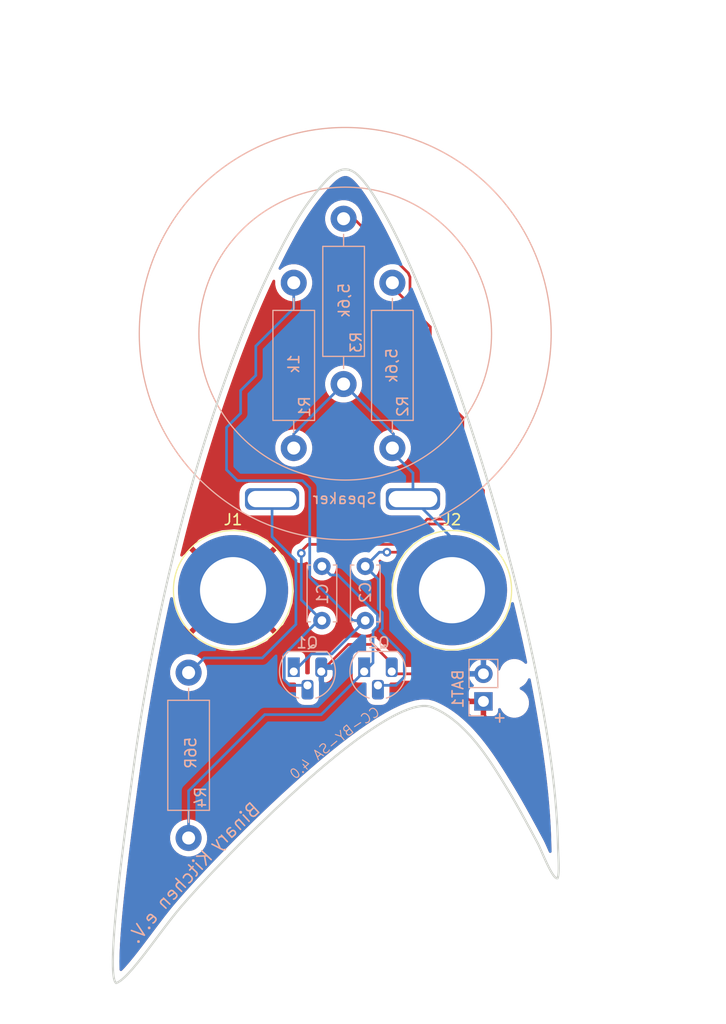
<source format=kicad_pcb>
(kicad_pcb (version 20171130) (host pcbnew 5.1.10)

  (general
    (thickness 1.6)
    (drawings 29)
    (tracks 101)
    (zones 0)
    (modules 14)
    (nets 9)
  )

  (page A4)
  (layers
    (0 F.Cu signal)
    (31 B.Cu signal)
    (32 B.Adhes user)
    (33 F.Adhes user)
    (34 B.Paste user)
    (35 F.Paste user)
    (36 B.SilkS user)
    (37 F.SilkS user)
    (38 B.Mask user)
    (39 F.Mask user)
    (40 Dwgs.User user)
    (41 Cmts.User user)
    (42 Eco1.User user)
    (43 Eco2.User user)
    (44 Edge.Cuts user)
    (45 Margin user)
    (46 B.CrtYd user)
    (47 F.CrtYd user)
    (48 B.Fab user)
    (49 F.Fab user)
  )

  (setup
    (last_trace_width 0.25)
    (trace_clearance 0.2)
    (zone_clearance 0.508)
    (zone_45_only no)
    (trace_min 0.2)
    (via_size 0.8)
    (via_drill 0.4)
    (via_min_size 0.4)
    (via_min_drill 0.3)
    (uvia_size 0.3)
    (uvia_drill 0.1)
    (uvias_allowed no)
    (uvia_min_size 0.2)
    (uvia_min_drill 0.1)
    (edge_width 0.05)
    (segment_width 0.2)
    (pcb_text_width 0.3)
    (pcb_text_size 1.5 1.5)
    (mod_edge_width 0.12)
    (mod_text_size 1 1)
    (mod_text_width 0.15)
    (pad_size 8.16 8.16)
    (pad_drill 4.1)
    (pad_to_mask_clearance 0)
    (aux_axis_origin 0 0)
    (visible_elements FFFFFF7F)
    (pcbplotparams
      (layerselection 0x010f0_ffffffff)
      (usegerberextensions false)
      (usegerberattributes true)
      (usegerberadvancedattributes true)
      (creategerberjobfile false)
      (excludeedgelayer true)
      (linewidth 0.100000)
      (plotframeref false)
      (viasonmask false)
      (mode 1)
      (useauxorigin false)
      (hpglpennumber 1)
      (hpglpenspeed 20)
      (hpglpendiameter 15.000000)
      (psnegative false)
      (psa4output false)
      (plotreference true)
      (plotvalue true)
      (plotinvisibletext false)
      (padsonsilk false)
      (subtractmaskfromsilk false)
      (outputformat 1)
      (mirror false)
      (drillshape 0)
      (scaleselection 1)
      (outputdirectory "gerber/"))
  )

  (net 0 "")
  (net 1 GND)
  (net 2 "Net-(C1-Pad2)")
  (net 3 "Net-(C1-Pad1)")
  (net 4 "Net-(C2-Pad2)")
  (net 5 "Net-(C2-Pad1)")
  (net 6 "Net-(J2-Pad1)")
  (net 7 "Net-(LS1-Pad2)")
  (net 8 +3V0)

  (net_class Default "This is the default net class."
    (clearance 0.2)
    (trace_width 0.25)
    (via_dia 0.8)
    (via_drill 0.4)
    (uvia_dia 0.3)
    (uvia_drill 0.1)
    (add_net +3V0)
    (add_net GND)
    (add_net "Net-(C1-Pad1)")
    (add_net "Net-(C1-Pad2)")
    (add_net "Net-(C2-Pad1)")
    (add_net "Net-(C2-Pad2)")
    (add_net "Net-(J2-Pad1)")
    (add_net "Net-(LS1-Pad2)")
  )

  (module Resistor_THT:R_Axial_DIN0411_L9.9mm_D3.6mm_P15.24mm_Horizontal (layer B.Cu) (tedit 5AE5139B) (tstamp 617072BB)
    (at 58.3 54.2 270)
    (descr "Resistor, Axial_DIN0411 series, Axial, Horizontal, pin pitch=15.24mm, 1W, length*diameter=9.9*3.6mm^2")
    (tags "Resistor Axial_DIN0411 series Axial Horizontal pin pitch 15.24mm 1W length 9.9mm diameter 3.6mm")
    (path /617083D3)
    (fp_text reference R4 (at 11.5 -1.1 270) (layer B.SilkS)
      (effects (font (size 1 1) (thickness 0.15)) (justify mirror))
    )
    (fp_text value 56R (at 7.4 -0.2 270) (layer B.SilkS)
      (effects (font (size 1 1) (thickness 0.15)) (justify mirror))
    )
    (fp_line (start 16.69 2.05) (end -1.45 2.05) (layer B.CrtYd) (width 0.05))
    (fp_line (start 16.69 -2.05) (end 16.69 2.05) (layer B.CrtYd) (width 0.05))
    (fp_line (start -1.45 -2.05) (end 16.69 -2.05) (layer B.CrtYd) (width 0.05))
    (fp_line (start -1.45 2.05) (end -1.45 -2.05) (layer B.CrtYd) (width 0.05))
    (fp_line (start 13.8 0) (end 12.69 0) (layer B.SilkS) (width 0.12))
    (fp_line (start 1.44 0) (end 2.55 0) (layer B.SilkS) (width 0.12))
    (fp_line (start 12.69 1.92) (end 2.55 1.92) (layer B.SilkS) (width 0.12))
    (fp_line (start 12.69 -1.92) (end 12.69 1.92) (layer B.SilkS) (width 0.12))
    (fp_line (start 2.55 -1.92) (end 12.69 -1.92) (layer B.SilkS) (width 0.12))
    (fp_line (start 2.55 1.92) (end 2.55 -1.92) (layer B.SilkS) (width 0.12))
    (fp_line (start 15.24 0) (end 12.57 0) (layer B.Fab) (width 0.1))
    (fp_line (start 0 0) (end 2.67 0) (layer B.Fab) (width 0.1))
    (fp_line (start 12.57 1.8) (end 2.67 1.8) (layer B.Fab) (width 0.1))
    (fp_line (start 12.57 -1.8) (end 12.57 1.8) (layer B.Fab) (width 0.1))
    (fp_line (start 2.67 -1.8) (end 12.57 -1.8) (layer B.Fab) (width 0.1))
    (fp_line (start 2.67 1.8) (end 2.67 -1.8) (layer B.Fab) (width 0.1))
    (fp_text user %R (at 7.62 0 270) (layer B.Fab)
      (effects (font (size 1 1) (thickness 0.15)) (justify mirror))
    )
    (pad 2 thru_hole oval (at 15.24 0 270) (size 2.4 2.4) (drill 1.2) (layers *.Cu *.Mask)
      (net 3 "Net-(C1-Pad1)"))
    (pad 1 thru_hole circle (at 0 0 270) (size 2.4 2.4) (drill 1.2) (layers *.Cu *.Mask)
      (net 7 "Net-(LS1-Pad2)"))
    (model ${KISYS3DMOD}/Resistor_THT.3dshapes/R_Axial_DIN0411_L9.9mm_D3.6mm_P15.24mm_Horizontal.wrl
      (at (xyz 0 0 0))
      (scale (xyz 1 1 1))
      (rotate (xyz 0 0 0))
    )
  )

  (module MountingHole:MountingHole_2.1mm (layer F.Cu) (tedit 61706070) (tstamp 61559886)
    (at 88.35 57)
    (descr "Mounting Hole 2.1mm, no annular")
    (tags "mounting hole 2.1mm no annular")
    (attr virtual)
    (fp_text reference REF** (at 0 -3.2) (layer F.SilkS) hide
      (effects (font (size 1 1) (thickness 0.15)))
    )
    (fp_text value MountingHole_2.1mm (at 0 3.2) (layer F.Fab)
      (effects (font (size 1 1) (thickness 0.15)))
    )
    (fp_text user %R (at 0.3 0) (layer F.Fab)
      (effects (font (size 1 1) (thickness 0.15)))
    )
    (pad "" np_thru_hole circle (at 0 0) (size 1.7 1.7) (drill 1.7) (layers *.Cu *.Mask))
  )

  (module MountingHole:MountingHole_2.1mm (layer F.Cu) (tedit 6170607B) (tstamp 6155916F)
    (at 88.35 54.3)
    (descr "Mounting Hole 2.1mm, no annular")
    (tags "mounting hole 2.1mm no annular")
    (attr virtual)
    (fp_text reference REF** (at 0 -3.2) (layer F.SilkS) hide
      (effects (font (size 1 1) (thickness 0.15)))
    )
    (fp_text value MountingHole_2.1mm (at 0 3.2) (layer F.Fab)
      (effects (font (size 1 1) (thickness 0.15)))
    )
    (fp_text user %R (at 0.3 0) (layer F.Fab)
      (effects (font (size 1 1) (thickness 0.15)))
    )
    (pad "" np_thru_hole circle (at 0 0) (size 1.7 1.7) (drill 1.7) (layers *.Cu *.Mask))
  )

  (module Resistor_THT:R_Axial_DIN0411_L9.9mm_D3.6mm_P15.24mm_Horizontal (layer B.Cu) (tedit 5AE5139B) (tstamp 6154B6F2)
    (at 72.6 27.6 90)
    (descr "Resistor, Axial_DIN0411 series, Axial, Horizontal, pin pitch=15.24mm, 1W, length*diameter=9.9*3.6mm^2")
    (tags "Resistor Axial_DIN0411 series Axial Horizontal pin pitch 15.24mm 1W length 9.9mm diameter 3.6mm")
    (path /615491AB)
    (fp_text reference R3 (at 3.85 1.15 90) (layer B.SilkS)
      (effects (font (size 1 1) (thickness 0.15)) (justify mirror))
    )
    (fp_text value 5,6k (at 7.7 0.05 90) (layer B.SilkS)
      (effects (font (size 1 1) (thickness 0.15)) (justify mirror))
    )
    (fp_line (start 16.69 2.05) (end -1.45 2.05) (layer B.CrtYd) (width 0.05))
    (fp_line (start 16.69 -2.05) (end 16.69 2.05) (layer B.CrtYd) (width 0.05))
    (fp_line (start -1.45 -2.05) (end 16.69 -2.05) (layer B.CrtYd) (width 0.05))
    (fp_line (start -1.45 2.05) (end -1.45 -2.05) (layer B.CrtYd) (width 0.05))
    (fp_line (start 13.8 0) (end 12.69 0) (layer B.SilkS) (width 0.12))
    (fp_line (start 1.44 0) (end 2.55 0) (layer B.SilkS) (width 0.12))
    (fp_line (start 12.69 1.92) (end 2.55 1.92) (layer B.SilkS) (width 0.12))
    (fp_line (start 12.69 -1.92) (end 12.69 1.92) (layer B.SilkS) (width 0.12))
    (fp_line (start 2.55 -1.92) (end 12.69 -1.92) (layer B.SilkS) (width 0.12))
    (fp_line (start 2.55 1.92) (end 2.55 -1.92) (layer B.SilkS) (width 0.12))
    (fp_line (start 15.24 0) (end 12.57 0) (layer B.Fab) (width 0.1))
    (fp_line (start 0 0) (end 2.67 0) (layer B.Fab) (width 0.1))
    (fp_line (start 12.57 1.8) (end 2.67 1.8) (layer B.Fab) (width 0.1))
    (fp_line (start 12.57 -1.8) (end 12.57 1.8) (layer B.Fab) (width 0.1))
    (fp_line (start 2.67 -1.8) (end 12.57 -1.8) (layer B.Fab) (width 0.1))
    (fp_line (start 2.67 1.8) (end 2.67 -1.8) (layer B.Fab) (width 0.1))
    (fp_text user %R (at 7.62 0 90) (layer B.Fab)
      (effects (font (size 1 1) (thickness 0.15)) (justify mirror))
    )
    (pad 2 thru_hole oval (at 15.24 0 90) (size 2.4 2.4) (drill 1.2) (layers *.Cu *.Mask)
      (net 5 "Net-(C2-Pad1)"))
    (pad 1 thru_hole circle (at 0 0 90) (size 2.4 2.4) (drill 1.2) (layers *.Cu *.Mask)
      (net 6 "Net-(J2-Pad1)"))
    (model ${KISYS3DMOD}/Resistor_THT.3dshapes/R_Axial_DIN0411_L9.9mm_D3.6mm_P15.24mm_Horizontal.wrl
      (at (xyz 0 0 0))
      (scale (xyz 1 1 1))
      (rotate (xyz 0 0 0))
    )
  )

  (module Resistor_THT:R_Axial_DIN0411_L9.9mm_D3.6mm_P15.24mm_Horizontal (layer B.Cu) (tedit 5AE5139B) (tstamp 6154B6DB)
    (at 77.1 33.5 90)
    (descr "Resistor, Axial_DIN0411 series, Axial, Horizontal, pin pitch=15.24mm, 1W, length*diameter=9.9*3.6mm^2")
    (tags "Resistor Axial_DIN0411 series Axial Horizontal pin pitch 15.24mm 1W length 9.9mm diameter 3.6mm")
    (path /61548D5E)
    (fp_text reference R2 (at 3.85 0.95 90) (layer B.SilkS)
      (effects (font (size 1 1) (thickness 0.15)) (justify mirror))
    )
    (fp_text value 5,6k (at 7.6 -0.05 90) (layer B.SilkS)
      (effects (font (size 1 1) (thickness 0.15)) (justify mirror))
    )
    (fp_line (start 16.69 2.05) (end -1.45 2.05) (layer B.CrtYd) (width 0.05))
    (fp_line (start 16.69 -2.05) (end 16.69 2.05) (layer B.CrtYd) (width 0.05))
    (fp_line (start -1.45 -2.05) (end 16.69 -2.05) (layer B.CrtYd) (width 0.05))
    (fp_line (start -1.45 2.05) (end -1.45 -2.05) (layer B.CrtYd) (width 0.05))
    (fp_line (start 13.8 0) (end 12.69 0) (layer B.SilkS) (width 0.12))
    (fp_line (start 1.44 0) (end 2.55 0) (layer B.SilkS) (width 0.12))
    (fp_line (start 12.69 1.92) (end 2.55 1.92) (layer B.SilkS) (width 0.12))
    (fp_line (start 12.69 -1.92) (end 12.69 1.92) (layer B.SilkS) (width 0.12))
    (fp_line (start 2.55 -1.92) (end 12.69 -1.92) (layer B.SilkS) (width 0.12))
    (fp_line (start 2.55 1.92) (end 2.55 -1.92) (layer B.SilkS) (width 0.12))
    (fp_line (start 15.24 0) (end 12.57 0) (layer B.Fab) (width 0.1))
    (fp_line (start 0 0) (end 2.67 0) (layer B.Fab) (width 0.1))
    (fp_line (start 12.57 1.8) (end 2.67 1.8) (layer B.Fab) (width 0.1))
    (fp_line (start 12.57 -1.8) (end 12.57 1.8) (layer B.Fab) (width 0.1))
    (fp_line (start 2.67 -1.8) (end 12.57 -1.8) (layer B.Fab) (width 0.1))
    (fp_line (start 2.67 1.8) (end 2.67 -1.8) (layer B.Fab) (width 0.1))
    (fp_text user %R (at 7.62 0 90) (layer B.Fab)
      (effects (font (size 1 1) (thickness 0.15)) (justify mirror))
    )
    (pad 2 thru_hole oval (at 15.24 0 90) (size 2.4 2.4) (drill 1.2) (layers *.Cu *.Mask)
      (net 2 "Net-(C1-Pad2)"))
    (pad 1 thru_hole circle (at 0 0 90) (size 2.4 2.4) (drill 1.2) (layers *.Cu *.Mask)
      (net 6 "Net-(J2-Pad1)"))
    (model ${KISYS3DMOD}/Resistor_THT.3dshapes/R_Axial_DIN0411_L9.9mm_D3.6mm_P15.24mm_Horizontal.wrl
      (at (xyz 0 0 0))
      (scale (xyz 1 1 1))
      (rotate (xyz 0 0 0))
    )
  )

  (module Resistor_THT:R_Axial_DIN0411_L9.9mm_D3.6mm_P15.24mm_Horizontal (layer B.Cu) (tedit 5AE5139B) (tstamp 6154B6C4)
    (at 68 33.5 90)
    (descr "Resistor, Axial_DIN0411 series, Axial, Horizontal, pin pitch=15.24mm, 1W, length*diameter=9.9*3.6mm^2")
    (tags "Resistor Axial_DIN0411 series Axial Horizontal pin pitch 15.24mm 1W length 9.9mm diameter 3.6mm")
    (path /61548F62)
    (fp_text reference R1 (at 3.8 1 90) (layer B.SilkS)
      (effects (font (size 1 1) (thickness 0.15)) (justify mirror))
    )
    (fp_text value 1k (at 7.75 0 90) (layer B.SilkS)
      (effects (font (size 1 1) (thickness 0.15)) (justify mirror))
    )
    (fp_line (start 16.69 2.05) (end -1.45 2.05) (layer B.CrtYd) (width 0.05))
    (fp_line (start 16.69 -2.05) (end 16.69 2.05) (layer B.CrtYd) (width 0.05))
    (fp_line (start -1.45 -2.05) (end 16.69 -2.05) (layer B.CrtYd) (width 0.05))
    (fp_line (start -1.45 2.05) (end -1.45 -2.05) (layer B.CrtYd) (width 0.05))
    (fp_line (start 13.8 0) (end 12.69 0) (layer B.SilkS) (width 0.12))
    (fp_line (start 1.44 0) (end 2.55 0) (layer B.SilkS) (width 0.12))
    (fp_line (start 12.69 1.92) (end 2.55 1.92) (layer B.SilkS) (width 0.12))
    (fp_line (start 12.69 -1.92) (end 12.69 1.92) (layer B.SilkS) (width 0.12))
    (fp_line (start 2.55 -1.92) (end 12.69 -1.92) (layer B.SilkS) (width 0.12))
    (fp_line (start 2.55 1.92) (end 2.55 -1.92) (layer B.SilkS) (width 0.12))
    (fp_line (start 15.24 0) (end 12.57 0) (layer B.Fab) (width 0.1))
    (fp_line (start 0 0) (end 2.67 0) (layer B.Fab) (width 0.1))
    (fp_line (start 12.57 1.8) (end 2.67 1.8) (layer B.Fab) (width 0.1))
    (fp_line (start 12.57 -1.8) (end 12.57 1.8) (layer B.Fab) (width 0.1))
    (fp_line (start 2.67 -1.8) (end 12.57 -1.8) (layer B.Fab) (width 0.1))
    (fp_line (start 2.67 1.8) (end 2.67 -1.8) (layer B.Fab) (width 0.1))
    (fp_text user %R (at 7.62 0 90) (layer B.Fab)
      (effects (font (size 1 1) (thickness 0.15)) (justify mirror))
    )
    (pad 2 thru_hole oval (at 15.24 0 90) (size 2.4 2.4) (drill 1.2) (layers *.Cu *.Mask)
      (net 4 "Net-(C2-Pad2)"))
    (pad 1 thru_hole circle (at 0 0 90) (size 2.4 2.4) (drill 1.2) (layers *.Cu *.Mask)
      (net 6 "Net-(J2-Pad1)"))
    (model ${KISYS3DMOD}/Resistor_THT.3dshapes/R_Axial_DIN0411_L9.9mm_D3.6mm_P15.24mm_Horizontal.wrl
      (at (xyz 0 0 0))
      (scale (xyz 1 1 1))
      (rotate (xyz 0 0 0))
    )
  )

  (module Package_TO_SOT_THT:TO-92L_HandSolder (layer B.Cu) (tedit 5A282C70) (tstamp 6154B6AD)
    (at 74.5 54.1)
    (descr "TO-92L leads in-line (large body variant of TO-92), also known as TO-226, wide, drill 0.75mm, hand-soldering variant with enlarged pads (see https://www.diodes.com/assets/Package-Files/TO92L.pdf and http://www.ti.com/lit/an/snoa059/snoa059.pdf)")
    (tags "to-92 sc-43 sc-43a sot54 PA33 transistor")
    (path /61546C56)
    (fp_text reference Q2 (at 1.35 -2.65) (layer B.SilkS)
      (effects (font (size 1 1) (thickness 0.15)) (justify mirror))
    )
    (fp_text value Q_NPN_CBE (at 1.27 -2.79) (layer B.Fab)
      (effects (font (size 1 1) (thickness 0.15)) (justify mirror))
    )
    (fp_line (start 4 -2.01) (end -1.46 -2.01) (layer B.CrtYd) (width 0.05))
    (fp_line (start 4 -2.01) (end 4 3.05) (layer B.CrtYd) (width 0.05))
    (fp_line (start -1.45 3.05) (end -1.46 -2.01) (layer B.CrtYd) (width 0.05))
    (fp_line (start -1.46 3.05) (end 4 3.05) (layer B.CrtYd) (width 0.05))
    (fp_line (start -0.5 -1.75) (end 3 -1.75) (layer B.Fab) (width 0.1))
    (fp_line (start -0.53 -1.85) (end 3.07 -1.85) (layer B.SilkS) (width 0.12))
    (fp_arc (start 1.27 0) (end 2.05 2.45) (angle -117.6433766) (layer B.SilkS) (width 0.12))
    (fp_arc (start 1.27 0) (end 1.27 2.48) (angle 135) (layer B.Fab) (width 0.1))
    (fp_arc (start 1.27 0) (end 0.45 2.45) (angle 116.9763941) (layer B.SilkS) (width 0.12))
    (fp_arc (start 1.27 0) (end 1.27 2.48) (angle -135) (layer B.Fab) (width 0.1))
    (fp_text user %R (at 1.27 0) (layer B.Fab)
      (effects (font (size 1 1) (thickness 0.15)) (justify mirror))
    )
    (pad 1 thru_hole rect (at 0 0) (size 1.1 1.8) (drill 0.75 (offset 0 -0.4)) (layers *.Cu *.Mask)
      (net 3 "Net-(C1-Pad1)"))
    (pad 3 thru_hole roundrect (at 2.54 0) (size 1.1 1.8) (drill 0.75 (offset 0 -0.4)) (layers *.Cu *.Mask) (roundrect_rratio 0.25)
      (net 1 GND))
    (pad 2 thru_hole roundrect (at 1.27 1.27) (size 1.1 1.8) (drill 0.75 (offset 0 0.4)) (layers *.Cu *.Mask) (roundrect_rratio 0.25)
      (net 5 "Net-(C2-Pad1)"))
    (model ${KISYS3DMOD}/Package_TO_SOT_THT.3dshapes/TO-92L.wrl
      (at (xyz 0 0 0))
      (scale (xyz 1 1 1))
      (rotate (xyz 0 0 0))
    )
  )

  (module Package_TO_SOT_THT:TO-92L_HandSolder (layer B.Cu) (tedit 5A282C70) (tstamp 6154B69B)
    (at 68 54.1)
    (descr "TO-92L leads in-line (large body variant of TO-92), also known as TO-226, wide, drill 0.75mm, hand-soldering variant with enlarged pads (see https://www.diodes.com/assets/Package-Files/TO92L.pdf and http://www.ti.com/lit/an/snoa059/snoa059.pdf)")
    (tags "to-92 sc-43 sc-43a sot54 PA33 transistor")
    (path /6154723C)
    (fp_text reference Q1 (at 1.25 -2.65) (layer B.SilkS)
      (effects (font (size 1 1) (thickness 0.15)) (justify mirror))
    )
    (fp_text value Q_NPN_CBE (at 1.27 -2.79) (layer B.Fab)
      (effects (font (size 1 1) (thickness 0.15)) (justify mirror))
    )
    (fp_line (start 4 -2.01) (end -1.46 -2.01) (layer B.CrtYd) (width 0.05))
    (fp_line (start 4 -2.01) (end 4 3.05) (layer B.CrtYd) (width 0.05))
    (fp_line (start -1.45 3.05) (end -1.46 -2.01) (layer B.CrtYd) (width 0.05))
    (fp_line (start -1.46 3.05) (end 4 3.05) (layer B.CrtYd) (width 0.05))
    (fp_line (start -0.5 -1.75) (end 3 -1.75) (layer B.Fab) (width 0.1))
    (fp_line (start -0.53 -1.85) (end 3.07 -1.85) (layer B.SilkS) (width 0.12))
    (fp_arc (start 1.27 0) (end 2.05 2.45) (angle -117.6433766) (layer B.SilkS) (width 0.12))
    (fp_arc (start 1.27 0) (end 1.27 2.48) (angle 135) (layer B.Fab) (width 0.1))
    (fp_arc (start 1.27 0) (end 0.45 2.45) (angle 116.9763941) (layer B.SilkS) (width 0.12))
    (fp_arc (start 1.27 0) (end 1.27 2.48) (angle -135) (layer B.Fab) (width 0.1))
    (fp_text user %R (at 1.27 0) (layer B.Fab)
      (effects (font (size 1 1) (thickness 0.15)) (justify mirror))
    )
    (pad 1 thru_hole rect (at 0 0) (size 1.1 1.8) (drill 0.75 (offset 0 -0.4)) (layers *.Cu *.Mask)
      (net 4 "Net-(C2-Pad2)"))
    (pad 3 thru_hole roundrect (at 2.54 0) (size 1.1 1.8) (drill 0.75 (offset 0 -0.4)) (layers *.Cu *.Mask) (roundrect_rratio 0.25)
      (net 1 GND))
    (pad 2 thru_hole roundrect (at 1.27 1.27) (size 1.1 1.8) (drill 0.75 (offset 0 0.4)) (layers *.Cu *.Mask) (roundrect_rratio 0.25)
      (net 2 "Net-(C1-Pad2)"))
    (model ${KISYS3DMOD}/Package_TO_SOT_THT.3dshapes/TO-92L.wrl
      (at (xyz 0 0 0))
      (scale (xyz 1 1 1))
      (rotate (xyz 0 0 0))
    )
  )

  (module Binary_Kitchen:Speaker (layer B.Cu) (tedit 5FCA702F) (tstamp 6154B689)
    (at 79 38.2 180)
    (path /6154DB61)
    (fp_text reference LS1 (at 0 -0.5) (layer B.SilkS) hide
      (effects (font (size 1 1) (thickness 0.15)) (justify mirror))
    )
    (fp_text value Speaker (at 6.5 16.5) (layer B.Fab)
      (effects (font (size 1 1) (thickness 0.15)) (justify mirror))
    )
    (fp_circle (center 6.25 15.25) (end 25.25 15.25) (layer B.SilkS) (width 0.12))
    (fp_circle (center 6.25 15.25) (end 19.75 15.25) (layer B.SilkS) (width 0.12))
    (fp_text user Speaker (at 6.3 0.05) (layer B.SilkS)
      (effects (font (size 1 1) (thickness 0.15)) (justify mirror))
    )
    (pad 2 thru_hole roundrect (at 13 0 180) (size 5 2) (drill oval 4.5 1.5) (layers *.Cu *.Mask) (roundrect_rratio 0.25)
      (net 7 "Net-(LS1-Pad2)"))
    (pad 1 thru_hole roundrect (at 0 0 180) (size 5 2) (drill oval 4.5 1.5) (layers *.Cu *.Mask) (roundrect_rratio 0.25)
      (net 6 "Net-(J2-Pad1)"))
  )

  (module Connector:Banana_Jack_1Pin (layer F.Cu) (tedit 5A1AB217) (tstamp 6154B8D2)
    (at 82.6 46.6)
    (descr "Single banana socket, footprint - 6mm drill")
    (tags "banana socket")
    (path /61553143)
    (fp_text reference J2 (at 0 -6.5) (layer F.SilkS)
      (effects (font (size 1 1) (thickness 0.15)))
    )
    (fp_text value Conn_01x01_Female (at -0.25 6.5) (layer F.Fab)
      (effects (font (size 1 1) (thickness 0.15)))
    )
    (fp_circle (center 0 0) (end 5.5 0) (layer F.SilkS) (width 0.12))
    (fp_circle (center 0 0) (end 4.85 0.05) (layer F.Fab) (width 0.1))
    (fp_circle (center 0 0) (end 2 0) (layer F.Fab) (width 0.1))
    (fp_circle (center 0 0) (end 5.75 0) (layer F.CrtYd) (width 0.05))
    (fp_text user %R (at 0 0) (layer F.Fab)
      (effects (font (size 0.8 0.8) (thickness 0.12)))
    )
    (pad 1 thru_hole circle (at 0 0) (size 10.16 10.16) (drill 6.1) (layers *.Cu *.Mask)
      (net 6 "Net-(J2-Pad1)"))
    (model ${KISYS3DMOD}/Connector.3dshapes/Banana_Jack_1Pin.wrl
      (at (xyz 0 0 0))
      (scale (xyz 2 2 2))
      (rotate (xyz 0 0 0))
    )
  )

  (module Connector:Banana_Jack_1Pin (layer F.Cu) (tedit 5A1AB217) (tstamp 6154B858)
    (at 62.4 46.6)
    (descr "Single banana socket, footprint - 6mm drill")
    (tags "banana socket")
    (path /61553BFE)
    (fp_text reference J1 (at 0 -6.5) (layer F.SilkS)
      (effects (font (size 1 1) (thickness 0.15)))
    )
    (fp_text value Conn_01x01_Female (at -0.25 6.5) (layer F.Fab)
      (effects (font (size 1 1) (thickness 0.15)))
    )
    (fp_circle (center 0 0) (end 5.5 0) (layer F.SilkS) (width 0.12))
    (fp_circle (center 0 0) (end 4.85 0.05) (layer F.Fab) (width 0.1))
    (fp_circle (center 0 0) (end 2 0) (layer F.Fab) (width 0.1))
    (fp_circle (center 0 0) (end 5.75 0) (layer F.CrtYd) (width 0.05))
    (fp_text user %R (at 0 0) (layer F.Fab)
      (effects (font (size 0.8 0.8) (thickness 0.12)))
    )
    (pad 1 thru_hole circle (at 0 0) (size 10.16 10.16) (drill 6.1) (layers *.Cu *.Mask)
      (net 8 +3V0))
    (model ${KISYS3DMOD}/Connector.3dshapes/Banana_Jack_1Pin.wrl
      (at (xyz 0 0 0))
      (scale (xyz 2 2 2))
      (rotate (xyz 0 0 0))
    )
  )

  (module Capacitor_THT:C_Disc_D5.0mm_W2.5mm_P5.00mm (layer B.Cu) (tedit 5AE50EF0) (tstamp 6154B66C)
    (at 74.6 44.4 270)
    (descr "C, Disc series, Radial, pin pitch=5.00mm, , diameter*width=5*2.5mm^2, Capacitor, http://cdn-reichelt.de/documents/datenblatt/B300/DS_KERKO_TC.pdf")
    (tags "C Disc series Radial pin pitch 5.00mm  diameter 5mm width 2.5mm Capacitor")
    (path /6154831C)
    (fp_text reference C2 (at 2.4 0 270) (layer B.SilkS)
      (effects (font (size 1 1) (thickness 0.15)) (justify mirror))
    )
    (fp_text value 100nF (at 2.7 -0.05 270) (layer B.Fab)
      (effects (font (size 1 1) (thickness 0.15)) (justify mirror))
    )
    (fp_line (start 6.05 1.5) (end -1.05 1.5) (layer B.CrtYd) (width 0.05))
    (fp_line (start 6.05 -1.5) (end 6.05 1.5) (layer B.CrtYd) (width 0.05))
    (fp_line (start -1.05 -1.5) (end 6.05 -1.5) (layer B.CrtYd) (width 0.05))
    (fp_line (start -1.05 1.5) (end -1.05 -1.5) (layer B.CrtYd) (width 0.05))
    (fp_line (start 5.12 -1.055) (end 5.12 -1.37) (layer B.SilkS) (width 0.12))
    (fp_line (start 5.12 1.37) (end 5.12 1.055) (layer B.SilkS) (width 0.12))
    (fp_line (start -0.12 -1.055) (end -0.12 -1.37) (layer B.SilkS) (width 0.12))
    (fp_line (start -0.12 1.37) (end -0.12 1.055) (layer B.SilkS) (width 0.12))
    (fp_line (start -0.12 -1.37) (end 5.12 -1.37) (layer B.SilkS) (width 0.12))
    (fp_line (start -0.12 1.37) (end 5.12 1.37) (layer B.SilkS) (width 0.12))
    (fp_line (start 5 1.25) (end 0 1.25) (layer B.Fab) (width 0.1))
    (fp_line (start 5 -1.25) (end 5 1.25) (layer B.Fab) (width 0.1))
    (fp_line (start 0 -1.25) (end 5 -1.25) (layer B.Fab) (width 0.1))
    (fp_line (start 0 1.25) (end 0 -1.25) (layer B.Fab) (width 0.1))
    (fp_text user %R (at 2.5 0 270) (layer B.Fab)
      (effects (font (size 1 1) (thickness 0.15)) (justify mirror))
    )
    (pad 2 thru_hole circle (at 5 0 270) (size 1.6 1.6) (drill 0.8) (layers *.Cu *.Mask)
      (net 4 "Net-(C2-Pad2)"))
    (pad 1 thru_hole circle (at 0 0 270) (size 1.6 1.6) (drill 0.8) (layers *.Cu *.Mask)
      (net 5 "Net-(C2-Pad1)"))
    (model ${KISYS3DMOD}/Capacitor_THT.3dshapes/C_Disc_D5.0mm_W2.5mm_P5.00mm.wrl
      (at (xyz 0 0 0))
      (scale (xyz 1 1 1))
      (rotate (xyz 0 0 0))
    )
  )

  (module Capacitor_THT:C_Disc_D5.0mm_W2.5mm_P5.00mm (layer B.Cu) (tedit 5AE50EF0) (tstamp 6154BCB4)
    (at 70.6 44.4 270)
    (descr "C, Disc series, Radial, pin pitch=5.00mm, , diameter*width=5*2.5mm^2, Capacitor, http://cdn-reichelt.de/documents/datenblatt/B300/DS_KERKO_TC.pdf")
    (tags "C Disc series Radial pin pitch 5.00mm  diameter 5mm width 2.5mm Capacitor")
    (path /6154861A)
    (fp_text reference C1 (at 2.55 -0.05 270) (layer B.SilkS)
      (effects (font (size 1 1) (thickness 0.15)) (justify mirror))
    )
    (fp_text value 100nF (at 2.5 -2.5 270) (layer B.Fab)
      (effects (font (size 1 1) (thickness 0.15)) (justify mirror))
    )
    (fp_line (start 6.05 1.5) (end -1.05 1.5) (layer B.CrtYd) (width 0.05))
    (fp_line (start 6.05 -1.5) (end 6.05 1.5) (layer B.CrtYd) (width 0.05))
    (fp_line (start -1.05 -1.5) (end 6.05 -1.5) (layer B.CrtYd) (width 0.05))
    (fp_line (start -1.05 1.5) (end -1.05 -1.5) (layer B.CrtYd) (width 0.05))
    (fp_line (start 5.12 -1.055) (end 5.12 -1.37) (layer B.SilkS) (width 0.12))
    (fp_line (start 5.12 1.37) (end 5.12 1.055) (layer B.SilkS) (width 0.12))
    (fp_line (start -0.12 -1.055) (end -0.12 -1.37) (layer B.SilkS) (width 0.12))
    (fp_line (start -0.12 1.37) (end -0.12 1.055) (layer B.SilkS) (width 0.12))
    (fp_line (start -0.12 -1.37) (end 5.12 -1.37) (layer B.SilkS) (width 0.12))
    (fp_line (start -0.12 1.37) (end 5.12 1.37) (layer B.SilkS) (width 0.12))
    (fp_line (start 5 1.25) (end 0 1.25) (layer B.Fab) (width 0.1))
    (fp_line (start 5 -1.25) (end 5 1.25) (layer B.Fab) (width 0.1))
    (fp_line (start 0 -1.25) (end 5 -1.25) (layer B.Fab) (width 0.1))
    (fp_line (start 0 1.25) (end 0 -1.25) (layer B.Fab) (width 0.1))
    (fp_text user %R (at 2.5 0 270) (layer B.Fab)
      (effects (font (size 1 1) (thickness 0.15)) (justify mirror))
    )
    (pad 2 thru_hole circle (at 5 0 270) (size 1.6 1.6) (drill 0.8) (layers *.Cu *.Mask)
      (net 2 "Net-(C1-Pad2)"))
    (pad 1 thru_hole circle (at 0 0 270) (size 1.6 1.6) (drill 0.8) (layers *.Cu *.Mask)
      (net 3 "Net-(C1-Pad1)"))
    (model ${KISYS3DMOD}/Capacitor_THT.3dshapes/C_Disc_D5.0mm_W2.5mm_P5.00mm.wrl
      (at (xyz 0 0 0))
      (scale (xyz 1 1 1))
      (rotate (xyz 0 0 0))
    )
  )

  (module Connector_PinHeader_2.54mm:PinHeader_1x02_P2.54mm_Vertical (layer B.Cu) (tedit 59FED5CC) (tstamp 61548048)
    (at 85.5 56.85)
    (descr "Through hole straight pin header, 1x02, 2.54mm pitch, single row")
    (tags "Through hole pin header THT 1x02 2.54mm single row")
    (path /5FFDB730)
    (fp_text reference BAT1 (at -2.35 -1.15 -90) (layer B.SilkS)
      (effects (font (size 1 1) (thickness 0.15)) (justify mirror))
    )
    (fp_text value Battery_Cell (at 0 -4.87 180) (layer B.Fab)
      (effects (font (size 1 1) (thickness 0.15)) (justify mirror))
    )
    (fp_line (start 1.8 1.8) (end -1.8 1.8) (layer B.CrtYd) (width 0.05))
    (fp_line (start 1.8 -4.35) (end 1.8 1.8) (layer B.CrtYd) (width 0.05))
    (fp_line (start -1.8 -4.35) (end 1.8 -4.35) (layer B.CrtYd) (width 0.05))
    (fp_line (start -1.8 1.8) (end -1.8 -4.35) (layer B.CrtYd) (width 0.05))
    (fp_line (start -1.33 1.33) (end 0 1.33) (layer B.SilkS) (width 0.12))
    (fp_line (start -1.33 0) (end -1.33 1.33) (layer B.SilkS) (width 0.12))
    (fp_line (start -1.33 -1.27) (end 1.33 -1.27) (layer B.SilkS) (width 0.12))
    (fp_line (start 1.33 -1.27) (end 1.33 -3.87) (layer B.SilkS) (width 0.12))
    (fp_line (start -1.33 -1.27) (end -1.33 -3.87) (layer B.SilkS) (width 0.12))
    (fp_line (start -1.33 -3.87) (end 1.33 -3.87) (layer B.SilkS) (width 0.12))
    (fp_line (start -1.27 0.635) (end -0.635 1.27) (layer B.Fab) (width 0.1))
    (fp_line (start -1.27 -3.81) (end -1.27 0.635) (layer B.Fab) (width 0.1))
    (fp_line (start 1.27 -3.81) (end -1.27 -3.81) (layer B.Fab) (width 0.1))
    (fp_line (start 1.27 1.27) (end 1.27 -3.81) (layer B.Fab) (width 0.1))
    (fp_line (start -0.635 1.27) (end 1.27 1.27) (layer B.Fab) (width 0.1))
    (fp_text user %R (at 0 -1.27 -90) (layer F.Fab)
      (effects (font (size 1 1) (thickness 0.15)))
    )
    (pad 2 thru_hole oval (at 0 -2.54) (size 1.7 1.7) (drill 1) (layers *.Cu *.Mask)
      (net 1 GND))
    (pad 1 thru_hole rect (at 0 0) (size 1.7 1.7) (drill 1) (layers *.Cu *.Mask)
      (net 8 +3V0))
    (model ${KISYS3DMOD}/Connector_PinHeader_2.54mm.3dshapes/PinHeader_1x02_P2.54mm_Vertical.wrl
      (at (xyz 0 0 0))
      (scale (xyz 1 1 1))
      (rotate (xyz 0 0 0))
    )
  )

  (gr_text CC- (at 74.6 58.45 33) (layer B.SilkS) (tstamp 61559F85)
    (effects (font (size 0.889 0.889) (thickness 0.1)) (justify mirror))
  )
  (gr_text BY- (at 72.3 60.15 40) (layer B.SilkS) (tstamp 61559F85)
    (effects (font (size 0.889 0.889) (thickness 0.1)) (justify mirror))
  )
  (gr_text e.V. (at 54.1 77.65 52) (layer B.SilkS) (tstamp 61559EBE)
    (effects (font (size 1.2 1.2) (thickness 0.15)) (justify mirror))
  )
  (gr_text "Binary\n" (at 62.55 68.4 43) (layer B.SilkS) (tstamp 61559EA9)
    (effects (font (size 1.2 1.2) (thickness 0.15)) (justify mirror))
  )
  (gr_text "+\n" (at 87 58.3) (layer B.SilkS)
    (effects (font (size 1 1) (thickness 0.15)) (justify mirror))
  )
  (gr_text v1.1 (at 77.95 25.9) (layer F.Mask)
    (effects (font (size 0.75 0.75) (thickness 0.1875)))
  )
  (gr_text ErmerBeeper (at 72.15 23.8) (layer F.Mask)
    (effects (font (size 1.5 1.5) (thickness 0.3)))
  )
  (gr_text Kitchen (at 57.9 73.3 47) (layer B.SilkS)
    (effects (font (size 1.2 1.2) (thickness 0.15)) (justify mirror))
  )
  (gr_text "SA 4.0" (at 69.5 62.35 40) (layer B.SilkS)
    (effects (font (size 0.889 0.889) (thickness 0.1)) (justify mirror))
  )
  (gr_curve (pts (xy 51.618583 82.809035) (xy 50.592064 82.152275) (xy 52.369571 69.176459) (xy 53.297577 62.415424)) (layer Edge.Cuts) (width 0.2))
  (gr_curve (pts (xy 80.761204 57.394533) (xy 76.640425 55.732704) (xy 61.535914 71.153703) (xy 57.52242 75.874198)) (layer Edge.Cuts) (width 0.2))
  (gr_curve (pts (xy 73.023882 7.835774) (xy 73.354316 7.903363) (xy 73.699771 8.103984) (xy 74.062391 8.483769)) (layer Edge.Cuts) (width 0.2))
  (gr_curve (pts (xy 79.799938 19.196074) (xy 81.405979 23.069026) (xy 82.827491 27.020294) (xy 84.138501 31.001603)) (layer Edge.Cuts) (width 0.2))
  (gr_curve (pts (xy 87.702477 64.910849) (xy 86.056741 62.20622) (xy 83.89926 58.660485) (xy 80.761204 57.394533)) (layer Edge.Cuts) (width 0.2))
  (gr_curve (pts (xy 57.52242 75.874198) (xy 55.555905 78.186168) (xy 52.802452 82.46005) (xy 51.618583 82.809035)) (layer Edge.Cuts) (width 0.2))
  (gr_curve (pts (xy 91.085139 58.138011) (xy 91.759956 62.075333) (xy 92.286719 66.062006) (xy 92.375765 70.061552)) (layer Edge.Cuts) (width 0.2))
  (gr_line (start 73.023882 7.835774) (end 73.023882 7.835774) (layer Edge.Cuts) (width 0.2))
  (gr_curve (pts (xy 88.11981 44.550496) (xy 89.280622 49.038185) (xy 90.300893 53.567714) (xy 91.085139 58.138011)) (layer Edge.Cuts) (width 0.2))
  (gr_curve (pts (xy 61.216208 28.525488) (xy 62.59588 24.52165) (xy 64.140769 20.558581) (xy 66 16.75)) (layer Edge.Cuts) (width 0.2))
  (gr_curve (pts (xy 90.487569 69.885606) (xy 89.585311 68.21305) (xy 88.691635 66.535128) (xy 87.702477 64.910849)) (layer Edge.Cuts) (width 0.2))
  (gr_curve (pts (xy 56.739247 44.03446) (xy 57.989105 38.799002) (xy 59.461041 33.613968) (xy 61.216208 28.525488)) (layer Edge.Cuts) (width 0.2))
  (gr_curve (pts (xy 53.297577 62.415424) (xy 54.146193 56.238013) (xy 55.290914 50.100297) (xy 56.739247 44.03446)) (layer Edge.Cuts) (width 0.2))
  (gr_curve (pts (xy 70.364312 9.56841) (xy 71.159287 8.638258) (xy 72.023995 7.631934) (xy 73.023882 7.835774)) (layer Edge.Cuts) (width 0.2))
  (gr_curve (pts (xy 75.762842 10.83758) (xy 77.362446 13.483202) (xy 78.617669 16.345538) (xy 79.799938 19.196074)) (layer Edge.Cuts) (width 0.2))
  (gr_curve (pts (xy 84.138501 31.001603) (xy 85.611511 35.473198) (xy 86.940759 39.993073) (xy 88.11981 44.550496)) (layer Edge.Cuts) (width 0.2))
  (gr_curve (pts (xy 92.332854 73.153477) (xy 91.876022 73.297207) (xy 90.840534 70.538966) (xy 90.487569 69.885606)) (layer Edge.Cuts) (width 0.2))
  (gr_curve (pts (xy 74.062391 8.483769) (xy 74.729697 9.182188) (xy 75.263971 10.013639) (xy 75.762842 10.83758)) (layer Edge.Cuts) (width 0.2))
  (gr_curve (pts (xy 92.375765 70.061552) (xy 92.398292 71.091478) (xy 92.554578 72.749178) (xy 92.332854 73.153477)) (layer Edge.Cuts) (width 0.2))
  (gr_curve (pts (xy 66 16.75) (xy 67.218746 14.253501) (xy 68.552286 11.694779) (xy 70.364312 9.56841)) (layer Edge.Cuts) (width 0.2))

  (segment (start 77.25 54.31) (end 77.04 54.1) (width 0.25) (layer F.Cu) (net 1))
  (segment (start 85.5 54.31) (end 77.25 54.31) (width 0.25) (layer F.Cu) (net 1))
  (segment (start 70.54 54.1) (end 70.54 53.46) (width 0.25) (layer B.Cu) (net 1))
  (segment (start 73.04 51.6) (end 70.54 54.1) (width 0.25) (layer F.Cu) (net 1))
  (segment (start 75.3 51.6) (end 73.04 51.6) (width 0.25) (layer F.Cu) (net 1))
  (segment (start 77.04 53.34) (end 75.3 51.6) (width 0.25) (layer F.Cu) (net 1))
  (segment (start 77.04 54.1) (end 77.04 53.34) (width 0.25) (layer F.Cu) (net 1))
  (segment (start 70.264998 49.4) (end 70.6 49.4) (width 0.25) (layer B.Cu) (net 2))
  (segment (start 67.124999 52.539999) (end 70.264998 49.4) (width 0.25) (layer B.Cu) (net 2))
  (segment (start 67.124999 54.860001) (end 67.124999 52.539999) (width 0.25) (layer B.Cu) (net 2))
  (segment (start 67.634998 55.37) (end 67.124999 54.860001) (width 0.25) (layer B.Cu) (net 2))
  (segment (start 69.27 55.37) (end 67.634998 55.37) (width 0.25) (layer B.Cu) (net 2))
  (segment (start 68.699999 47.499999) (end 68.699999 43.2) (width 0.25) (layer B.Cu) (net 2))
  (segment (start 70.6 49.4) (end 68.699999 47.499999) (width 0.25) (layer B.Cu) (net 2))
  (via (at 68.699999 43.2) (size 0.8) (drill 0.4) (layers F.Cu B.Cu) (net 2))
  (segment (start 78.274991 19.834991) (end 77.2 18.76) (width 0.25) (layer F.Cu) (net 2))
  (segment (start 78.274991 20.644998) (end 78.274991 19.834991) (width 0.25) (layer F.Cu) (net 2))
  (segment (start 68.699999 43.2) (end 68.7 43.199999) (width 0.25) (layer F.Cu) (net 2))
  (segment (start 80.14999 27.8864) (end 80.14999 22.519997) (width 0.25) (layer F.Cu) (net 2))
  (segment (start 68.7 43.199999) (end 68.7 43.000004) (width 0.25) (layer F.Cu) (net 2))
  (segment (start 85.04999 38.75001) (end 85.04999 37.5864) (width 0.25) (layer F.Cu) (net 2))
  (segment (start 69.325005 42.374999) (end 77.988591 42.374999) (width 0.25) (layer F.Cu) (net 2))
  (segment (start 83.75001 40.04999) (end 85.04999 38.75001) (width 0.25) (layer F.Cu) (net 2))
  (segment (start 83.14999 30.8864) (end 80.14999 27.8864) (width 0.25) (layer F.Cu) (net 2))
  (segment (start 68.7 43.000004) (end 69.325005 42.374999) (width 0.25) (layer F.Cu) (net 2))
  (segment (start 80.3136 40.04999) (end 83.75001 40.04999) (width 0.25) (layer F.Cu) (net 2))
  (segment (start 77.988591 42.374999) (end 80.3136 40.04999) (width 0.25) (layer F.Cu) (net 2))
  (segment (start 85.04999 37.5864) (end 83.149991 35.686401) (width 0.25) (layer F.Cu) (net 2))
  (segment (start 83.149991 35.686401) (end 83.14999 30.8864) (width 0.25) (layer F.Cu) (net 2))
  (segment (start 80.14999 22.519997) (end 78.274991 20.644998) (width 0.25) (layer F.Cu) (net 2))
  (segment (start 70.530001 58.069999) (end 74.5 54.1) (width 0.25) (layer B.Cu) (net 3))
  (segment (start 71.399999 45.199999) (end 70.6 44.4) (width 0.25) (layer B.Cu) (net 3))
  (segment (start 75.725001 48.859999) (end 72.065001 45.199999) (width 0.25) (layer B.Cu) (net 3))
  (segment (start 75.725001 49.940001) (end 75.725001 48.859999) (width 0.25) (layer B.Cu) (net 3))
  (segment (start 75.314296 50.350706) (end 75.725001 49.940001) (width 0.25) (layer B.Cu) (net 3))
  (segment (start 75.314296 53.285704) (end 75.314296 50.350706) (width 0.25) (layer B.Cu) (net 3))
  (segment (start 72.065001 45.199999) (end 71.399999 45.199999) (width 0.25) (layer B.Cu) (net 3))
  (segment (start 74.5 54.1) (end 75.314296 53.285704) (width 0.25) (layer B.Cu) (net 3))
  (segment (start 70.530001 58.069999) (end 65.330001 58.069999) (width 0.25) (layer B.Cu) (net 3))
  (segment (start 58.3 65.1) (end 58.3 69.54) (width 0.25) (layer B.Cu) (net 3))
  (segment (start 65.330001 58.069999) (end 58.3 65.1) (width 0.25) (layer B.Cu) (net 3))
  (segment (start 71.52501 52.47499) (end 74.6 49.4) (width 0.25) (layer B.Cu) (net 4))
  (segment (start 69.62501 52.47499) (end 71.52501 52.47499) (width 0.25) (layer B.Cu) (net 4))
  (segment (start 68 54.1) (end 69.62501 52.47499) (width 0.25) (layer B.Cu) (net 4))
  (segment (start 68 20.6) (end 68 18.76) (width 0.25) (layer B.Cu) (net 4))
  (segment (start 64.5 24.1) (end 68 20.6) (width 0.25) (layer B.Cu) (net 4))
  (segment (start 63.1 28.2) (end 64.5 26.8) (width 0.25) (layer B.Cu) (net 4))
  (segment (start 63.1 30.3) (end 63.1 28.2) (width 0.25) (layer B.Cu) (net 4))
  (segment (start 61.8 31.6) (end 63.1 30.3) (width 0.25) (layer B.Cu) (net 4))
  (segment (start 64.5 26.8) (end 64.5 24.1) (width 0.25) (layer B.Cu) (net 4))
  (segment (start 62.8 36.5) (end 61.8 35.5) (width 0.25) (layer B.Cu) (net 4))
  (segment (start 68.8 36.5) (end 62.8 36.5) (width 0.25) (layer B.Cu) (net 4))
  (segment (start 61.8 35.5) (end 61.8 31.6) (width 0.25) (layer B.Cu) (net 4))
  (segment (start 69.474999 37.174999) (end 68.8 36.5) (width 0.25) (layer B.Cu) (net 4))
  (segment (start 69.474999 45.406369) (end 69.474999 37.174999) (width 0.25) (layer B.Cu) (net 4))
  (segment (start 73.46863 49.4) (end 69.474999 45.406369) (width 0.25) (layer B.Cu) (net 4))
  (segment (start 74.6 49.4) (end 73.46863 49.4) (width 0.25) (layer B.Cu) (net 4))
  (segment (start 80.6 25.3) (end 80.6 25.1) (width 0.25) (layer F.Cu) (net 5))
  (segment (start 74.6 44.4) (end 75.9 43.1) (width 0.25) (layer B.Cu) (net 5))
  (segment (start 75.9 43.1) (end 76.6 43.1) (width 0.25) (layer B.Cu) (net 5))
  (via (at 76.6 43.1) (size 0.8) (drill 0.4) (layers F.Cu B.Cu) (net 5))
  (segment (start 83.586811 30.686811) (end 83.6 30.726518) (width 0.25) (layer F.Cu) (net 5))
  (segment (start 80.6 27.7) (end 83.586811 30.686811) (width 0.25) (layer F.Cu) (net 5))
  (segment (start 80.6 25.3) (end 80.6 27.7) (width 0.25) (layer F.Cu) (net 5))
  (segment (start 83.600001 35.500001) (end 83.600001 30.726518) (width 0.25) (layer F.Cu) (net 5))
  (segment (start 85.5 37.4) (end 83.600001 35.500001) (width 0.25) (layer F.Cu) (net 5))
  (segment (start 85.5 38.93641) (end 85.5 37.4) (width 0.25) (layer F.Cu) (net 5))
  (segment (start 83.93641 40.5) (end 85.5 38.93641) (width 0.25) (layer F.Cu) (net 5))
  (segment (start 80.5 40.5) (end 83.93641 40.5) (width 0.25) (layer F.Cu) (net 5))
  (segment (start 77.9 43.1) (end 80.5 40.5) (width 0.25) (layer F.Cu) (net 5))
  (segment (start 76.6 43.1) (end 77.9 43.1) (width 0.25) (layer F.Cu) (net 5))
  (segment (start 75.8 45.6) (end 74.6 44.4) (width 0.25) (layer B.Cu) (net 5))
  (segment (start 78.2 54.6) (end 78.2 52.6) (width 0.25) (layer B.Cu) (net 5))
  (segment (start 76.175012 48.673599) (end 75.8 48.298588) (width 0.25) (layer B.Cu) (net 5))
  (segment (start 75.77 55.37) (end 77.43 55.37) (width 0.25) (layer B.Cu) (net 5))
  (segment (start 75.8 48.298588) (end 75.8 45.6) (width 0.25) (layer B.Cu) (net 5))
  (segment (start 76.175012 50.126401) (end 76.175012 48.673599) (width 0.25) (layer B.Cu) (net 5))
  (segment (start 78.2 52.6) (end 75.950707 50.350706) (width 0.25) (layer B.Cu) (net 5))
  (segment (start 77.43 55.37) (end 78.2 54.6) (width 0.25) (layer B.Cu) (net 5))
  (segment (start 75.950707 50.350706) (end 76.175012 50.126401) (width 0.25) (layer B.Cu) (net 5))
  (segment (start 73.56 12.36) (end 72.6 12.36) (width 0.25) (layer F.Cu) (net 5))
  (segment (start 78.564033 17.364033) (end 73.56 12.36) (width 0.25) (layer F.Cu) (net 5))
  (segment (start 78.620554 17.494551) (end 78.564033 17.364033) (width 0.25) (layer F.Cu) (net 5))
  (segment (start 78.725001 17.737571) (end 78.620554 17.494551) (width 0.25) (layer F.Cu) (net 5))
  (segment (start 78.725001 20.458598) (end 78.725001 17.737571) (width 0.25) (layer F.Cu) (net 5))
  (segment (start 80.6 22.333597) (end 78.725001 20.458598) (width 0.25) (layer F.Cu) (net 5))
  (segment (start 80.6 25.3) (end 80.6 22.333597) (width 0.25) (layer F.Cu) (net 5))
  (segment (start 79 35.8) (end 77.2 34) (width 0.25) (layer B.Cu) (net 6))
  (segment (start 79 38.2) (end 79 35.8) (width 0.25) (layer B.Cu) (net 6))
  (segment (start 77.2 32.2) (end 72.6 27.6) (width 0.25) (layer B.Cu) (net 6))
  (segment (start 77.2 34) (end 77.2 32.2) (width 0.25) (layer B.Cu) (net 6))
  (segment (start 82.6 41.8) (end 79 38.2) (width 0.25) (layer B.Cu) (net 6))
  (segment (start 82.6 46.6) (end 82.6 41.8) (width 0.25) (layer B.Cu) (net 6))
  (segment (start 68 32.2) (end 72.6 27.6) (width 0.25) (layer B.Cu) (net 6))
  (segment (start 68 34) (end 68 32.2) (width 0.25) (layer B.Cu) (net 6))
  (segment (start 59.75 52.85) (end 58.3 54.3) (width 0.25) (layer B.Cu) (net 7))
  (segment (start 68.2 49.75) (end 65.1 52.85) (width 0.25) (layer B.Cu) (net 7))
  (segment (start 68.2 43.873006) (end 68.2 49.75) (width 0.25) (layer B.Cu) (net 7))
  (segment (start 66 41.673006) (end 68.2 43.873006) (width 0.25) (layer B.Cu) (net 7))
  (segment (start 65.1 52.85) (end 59.75 52.85) (width 0.25) (layer B.Cu) (net 7))
  (segment (start 66 38.2) (end 66 41.673006) (width 0.25) (layer B.Cu) (net 7))

  (zone (net 1) (net_name GND) (layer B.Cu) (tstamp 0) (hatch edge 0.508)
    (connect_pads (clearance 0.508))
    (min_thickness 0.254)
    (fill yes (arc_segments 32) (thermal_gap 0.508) (thermal_bridge_width 0.508))
    (polygon
      (pts
        (xy 102.8 86.6) (xy 48.8 86.6) (xy 48.8 -7.8) (xy 102.8 -7.8)
      )
    )
    (filled_polygon
      (pts
        (xy 72.868425 8.556689) (xy 72.879797 8.560139) (xy 72.883672 8.560521) (xy 72.985857 8.590349) (xy 73.087976 8.637011)
        (xy 73.213185 8.713834) (xy 73.325221 8.799001) (xy 73.45459 8.914906) (xy 73.531405 8.992168) (xy 73.697982 9.172822)
        (xy 73.860411 9.361227) (xy 74.018761 9.556565) (xy 74.173385 9.758289) (xy 74.324593 9.965765) (xy 74.472675 10.178282)
        (xy 74.618085 10.395326) (xy 74.76113 10.616134) (xy 74.902243 10.840095) (xy 75.042076 11.066921) (xy 75.133531 11.217314)
        (xy 75.279783 11.461443) (xy 75.423872 11.70639) (xy 75.56609 11.952517) (xy 75.706568 12.199923) (xy 75.845454 12.448756)
        (xy 75.982506 12.698455) (xy 76.118063 12.949515) (xy 76.252018 13.201606) (xy 76.384523 13.454892) (xy 76.51548 13.709053)
        (xy 76.645067 13.964306) (xy 76.773254 14.220451) (xy 76.900039 14.477354) (xy 77.025615 14.735263) (xy 77.149949 14.993979)
        (xy 77.273085 15.253452) (xy 77.395193 15.5139) (xy 77.516029 15.774662) (xy 77.635901 16.036254) (xy 77.754816 16.298545)
        (xy 77.872688 16.561202) (xy 77.890482 16.601238) (xy 77.63525 16.495518) (xy 77.280732 16.425) (xy 76.919268 16.425)
        (xy 76.56475 16.495518) (xy 76.230801 16.633844) (xy 75.930256 16.834662) (xy 75.674662 17.090256) (xy 75.473844 17.390801)
        (xy 75.335518 17.72475) (xy 75.265 18.079268) (xy 75.265 18.440732) (xy 75.335518 18.79525) (xy 75.473844 19.129199)
        (xy 75.674662 19.429744) (xy 75.930256 19.685338) (xy 76.230801 19.886156) (xy 76.56475 20.024482) (xy 76.919268 20.095)
        (xy 77.280732 20.095) (xy 77.63525 20.024482) (xy 77.969199 19.886156) (xy 78.269744 19.685338) (xy 78.525338 19.429744)
        (xy 78.726156 19.129199) (xy 78.850537 18.828915) (xy 78.899395 18.945444) (xy 79.010394 19.211445) (xy 79.120812 19.477169)
        (xy 79.270295 19.839168) (xy 79.418273 20.200535) (xy 79.565382 20.562779) (xy 79.711504 20.925572) (xy 79.856648 21.288901)
        (xy 80.000684 21.652387) (xy 80.14374 22.016315) (xy 80.285933 22.380938) (xy 80.427055 22.745685) (xy 80.567205 23.110763)
        (xy 80.706566 23.476607) (xy 80.844962 23.842714) (xy 80.982453 24.209196) (xy 81.119017 24.575955) (xy 81.254789 24.943299)
        (xy 81.389567 25.310646) (xy 81.523522 25.678411) (xy 81.656631 26.046482) (xy 81.788947 26.414969) (xy 81.920507 26.783924)
        (xy 82.051344 27.153395) (xy 82.181089 27.522291) (xy 82.310333 27.892247) (xy 82.438695 28.262126) (xy 82.566502 28.632825)
        (xy 82.693401 29.003271) (xy 82.819719 29.374371) (xy 82.944982 29.744683) (xy 83.069964 30.116444) (xy 83.194134 30.48803)
        (xy 83.3175 30.859412) (xy 83.44032 31.231316) (xy 83.577664 31.649669) (xy 83.714011 32.067824) (xy 83.849566 32.486408)
        (xy 83.984167 32.904925) (xy 84.117999 33.323951) (xy 84.251155 33.743779) (xy 84.38314 34.162854) (xy 84.514508 34.582931)
        (xy 84.644885 35.002818) (xy 84.774507 35.423278) (xy 84.903279 35.843999) (xy 85.031225 36.265072) (xy 85.158245 36.686166)
        (xy 85.284411 37.107519) (xy 85.409707 37.529077) (xy 85.534145 37.950879) (xy 85.65787 38.373433) (xy 85.780586 38.795723)
        (xy 85.902497 39.218449) (xy 86.023582 39.641548) (xy 86.143674 40.064428) (xy 86.262936 40.487673) (xy 86.381479 40.91168)
        (xy 86.498882 41.334937) (xy 86.615688 41.759412) (xy 86.73158 42.183952) (xy 86.84661 42.608761) (xy 86.903755 42.821525)
        (xy 86.2431 42.16087) (xy 85.307067 41.535433) (xy 84.267004 41.104625) (xy 83.162878 40.885) (xy 82.759802 40.885)
        (xy 81.559809 39.685008) (xy 81.632279 39.646272) (xy 81.804738 39.504738) (xy 81.946272 39.332279) (xy 82.051441 39.135521)
        (xy 82.116204 38.922027) (xy 82.138072 38.7) (xy 82.138072 37.7) (xy 82.116204 37.477973) (xy 82.051441 37.264479)
        (xy 81.946272 37.067721) (xy 81.804738 36.895262) (xy 81.632279 36.753728) (xy 81.435521 36.648559) (xy 81.222027 36.583796)
        (xy 81 36.561928) (xy 79.76 36.561928) (xy 79.76 35.837322) (xy 79.763676 35.799999) (xy 79.76 35.762676)
        (xy 79.76 35.762667) (xy 79.749003 35.651014) (xy 79.705546 35.507753) (xy 79.634974 35.375724) (xy 79.614696 35.351015)
        (xy 79.563799 35.288996) (xy 79.563795 35.288992) (xy 79.540001 35.259999) (xy 79.511008 35.236205) (xy 78.693249 34.418447)
        (xy 78.726156 34.369199) (xy 78.864482 34.03525) (xy 78.935 33.680732) (xy 78.935 33.319268) (xy 78.864482 32.96475)
        (xy 78.726156 32.630801) (xy 78.525338 32.330256) (xy 78.269744 32.074662) (xy 77.969199 31.873844) (xy 77.864166 31.830338)
        (xy 77.834974 31.775724) (xy 77.798779 31.73162) (xy 77.763799 31.688996) (xy 77.763795 31.688992) (xy 77.740001 31.659999)
        (xy 77.711008 31.636205) (xy 74.31925 28.244449) (xy 74.364482 28.13525) (xy 74.435 27.780732) (xy 74.435 27.419268)
        (xy 74.364482 27.06475) (xy 74.226156 26.730801) (xy 74.025338 26.430256) (xy 73.769744 26.174662) (xy 73.469199 25.973844)
        (xy 73.13525 25.835518) (xy 72.780732 25.765) (xy 72.419268 25.765) (xy 72.06475 25.835518) (xy 71.730801 25.973844)
        (xy 71.430256 26.174662) (xy 71.174662 26.430256) (xy 70.973844 26.730801) (xy 70.835518 27.06475) (xy 70.765 27.419268)
        (xy 70.765 27.780732) (xy 70.835518 28.13525) (xy 70.880749 28.244448) (xy 67.488998 31.636201) (xy 67.46 31.659999)
        (xy 67.436203 31.688996) (xy 67.436201 31.688998) (xy 67.365026 31.775724) (xy 67.36427 31.777138) (xy 67.130801 31.873844)
        (xy 66.830256 32.074662) (xy 66.574662 32.330256) (xy 66.373844 32.630801) (xy 66.235518 32.96475) (xy 66.165 33.319268)
        (xy 66.165 33.680732) (xy 66.235518 34.03525) (xy 66.373844 34.369199) (xy 66.574662 34.669744) (xy 66.830256 34.925338)
        (xy 67.130801 35.126156) (xy 67.46475 35.264482) (xy 67.819268 35.335) (xy 68.180732 35.335) (xy 68.53525 35.264482)
        (xy 68.869199 35.126156) (xy 69.169744 34.925338) (xy 69.425338 34.669744) (xy 69.626156 34.369199) (xy 69.764482 34.03525)
        (xy 69.835 33.680732) (xy 69.835 33.319268) (xy 69.764482 32.96475) (xy 69.626156 32.630801) (xy 69.425338 32.330256)
        (xy 69.184942 32.08986) (xy 71.955552 29.319251) (xy 72.06475 29.364482) (xy 72.419268 29.435) (xy 72.780732 29.435)
        (xy 73.13525 29.364482) (xy 73.244449 29.31925) (xy 75.97198 32.046783) (xy 75.930256 32.074662) (xy 75.674662 32.330256)
        (xy 75.473844 32.630801) (xy 75.335518 32.96475) (xy 75.265 33.319268) (xy 75.265 33.680732) (xy 75.335518 34.03525)
        (xy 75.473844 34.369199) (xy 75.674662 34.669744) (xy 75.930256 34.925338) (xy 76.230801 35.126156) (xy 76.56475 35.264482)
        (xy 76.919268 35.335) (xy 77.280732 35.335) (xy 77.430423 35.305225) (xy 78.240001 36.114804) (xy 78.240001 36.561928)
        (xy 77 36.561928) (xy 76.777973 36.583796) (xy 76.564479 36.648559) (xy 76.367721 36.753728) (xy 76.195262 36.895262)
        (xy 76.053728 37.067721) (xy 75.948559 37.264479) (xy 75.883796 37.477973) (xy 75.861928 37.7) (xy 75.861928 38.7)
        (xy 75.883796 38.922027) (xy 75.948559 39.135521) (xy 76.053728 39.332279) (xy 76.195262 39.504738) (xy 76.367721 39.646272)
        (xy 76.564479 39.751441) (xy 76.777973 39.816204) (xy 77 39.838072) (xy 79.563271 39.838072) (xy 80.860042 41.134844)
        (xy 79.892933 41.535433) (xy 78.9569 42.16087) (xy 78.16087 42.9569) (xy 77.535433 43.892933) (xy 77.104625 44.932996)
        (xy 76.885 46.037122) (xy 76.885 47.162878) (xy 77.104625 48.267004) (xy 77.535433 49.307067) (xy 78.16087 50.2431)
        (xy 78.9569 51.03913) (xy 79.892933 51.664567) (xy 80.932996 52.095375) (xy 82.037122 52.315) (xy 83.162878 52.315)
        (xy 84.267004 52.095375) (xy 85.307067 51.664567) (xy 86.2431 51.03913) (xy 87.03913 50.2431) (xy 87.664567 49.307067)
        (xy 88.095375 48.267004) (xy 88.182911 47.826931) (xy 88.247918 48.09582) (xy 88.348786 48.517255) (xy 88.448549 48.93839)
        (xy 88.547389 49.360077) (xy 88.645192 49.781896) (xy 88.741981 50.204023) (xy 88.837659 50.626104) (xy 88.932369 51.04886)
        (xy 89.025854 51.471207) (xy 89.118239 51.893781) (xy 89.209637 52.317192) (xy 89.299791 52.740323) (xy 89.388816 53.163799)
        (xy 89.408412 53.258305) (xy 89.296632 53.146525) (xy 89.053411 52.98401) (xy 88.783158 52.872068) (xy 88.49626 52.815)
        (xy 88.20374 52.815) (xy 87.916842 52.872068) (xy 87.646589 52.98401) (xy 87.403368 53.146525) (xy 87.196525 53.353368)
        (xy 87.03401 53.596589) (xy 86.922068 53.866842) (xy 86.919391 53.880299) (xy 86.896825 53.805901) (xy 86.771641 53.54308)
        (xy 86.597588 53.309731) (xy 86.381355 53.114822) (xy 86.131252 52.965843) (xy 85.856891 52.868519) (xy 85.627 52.989186)
        (xy 85.627 54.183) (xy 85.647 54.183) (xy 85.647 54.437) (xy 85.627 54.437) (xy 85.627 54.457)
        (xy 85.373 54.457) (xy 85.373 54.437) (xy 84.179845 54.437) (xy 84.058524 54.66689) (xy 84.103175 54.814099)
        (xy 84.228359 55.07692) (xy 84.402412 55.310269) (xy 84.486466 55.386034) (xy 84.40582 55.410498) (xy 84.295506 55.469463)
        (xy 84.198815 55.548815) (xy 84.119463 55.645506) (xy 84.060498 55.75582) (xy 84.024188 55.875518) (xy 84.011928 56)
        (xy 84.011928 57.7) (xy 84.024188 57.824482) (xy 84.060498 57.94418) (xy 84.119463 58.054494) (xy 84.198815 58.151185)
        (xy 84.295506 58.230537) (xy 84.40582 58.289502) (xy 84.525518 58.325812) (xy 84.65 58.338072) (xy 86.35 58.338072)
        (xy 86.474482 58.325812) (xy 86.59418 58.289502) (xy 86.704494 58.230537) (xy 86.801185 58.151185) (xy 86.880537 58.054494)
        (xy 86.939502 57.94418) (xy 86.975812 57.824482) (xy 86.988072 57.7) (xy 86.988072 57.592506) (xy 87.03401 57.703411)
        (xy 87.196525 57.946632) (xy 87.403368 58.153475) (xy 87.646589 58.31599) (xy 87.916842 58.427932) (xy 88.20374 58.485)
        (xy 88.49626 58.485) (xy 88.783158 58.427932) (xy 89.053411 58.31599) (xy 89.296632 58.153475) (xy 89.503475 57.946632)
        (xy 89.66599 57.703411) (xy 89.777932 57.433158) (xy 89.835 57.14626) (xy 89.835 56.85374) (xy 89.777932 56.566842)
        (xy 89.66599 56.296589) (xy 89.503475 56.053368) (xy 89.296632 55.846525) (xy 89.053411 55.68401) (xy 88.971303 55.65)
        (xy 89.053411 55.61599) (xy 89.296632 55.453475) (xy 89.503475 55.246632) (xy 89.66599 55.003411) (xy 89.730568 54.847506)
        (xy 89.733027 54.859897) (xy 89.816044 55.28459) (xy 89.897783 55.709404) (xy 89.978207 56.134225) (xy 90.057355 56.559354)
        (xy 90.135175 56.984596) (xy 90.211745 57.410486) (xy 90.286951 57.83649) (xy 90.360731 58.262345) (xy 90.42319 58.629484)
        (xy 90.484814 58.997379) (xy 90.545374 59.364978) (xy 90.604953 59.733085) (xy 90.663449 60.101393) (xy 90.720776 60.469683)
        (xy 90.77693 60.838266) (xy 90.831758 61.206438) (xy 90.885364 61.575256) (xy 90.937641 61.944356) (xy 90.988469 62.313232)
        (xy 91.037873 62.682437) (xy 91.085761 63.051669) (xy 91.132067 63.420818) (xy 91.17681 63.79042) (xy 91.219852 64.159763)
        (xy 91.261205 64.529402) (xy 91.300787 64.899041) (xy 91.33857 65.268902) (xy 91.374445 65.638422) (xy 91.408453 66.00853)
        (xy 91.44046 66.378354) (xy 91.470441 66.748136) (xy 91.498362 67.118121) (xy 91.524153 67.488032) (xy 91.547779 67.858127)
        (xy 91.56917 68.228117) (xy 91.588276 68.597935) (xy 91.605071 68.968115) (xy 91.619472 69.337956) (xy 91.631447 69.707919)
        (xy 91.641007 70.080409) (xy 91.641021 70.080519) (xy 91.64106 70.082365) (xy 91.646726 70.282373) (xy 91.646746 70.282533)
        (xy 91.646961 70.28946) (xy 91.655013 70.501427) (xy 91.655037 70.501601) (xy 91.655187 70.505687) (xy 91.663233 70.689395)
        (xy 91.59154 70.527823) (xy 91.476229 70.266965) (xy 91.476168 70.266856) (xy 91.475252 70.264764) (xy 91.369471 70.027569)
        (xy 91.369392 70.02743) (xy 91.36649 70.020973) (xy 91.272088 69.814777) (xy 91.269158 69.809743) (xy 91.267176 69.804268)
        (xy 91.262693 69.795037) (xy 91.146465 69.559906) (xy 91.142293 69.553204) (xy 91.139342 69.545875) (xy 91.134535 69.536808)
        (xy 90.965559 69.223384) (xy 90.965498 69.223269) (xy 90.796448 68.909577) (xy 90.79644 68.909565) (xy 90.796337 68.909371)
        (xy 90.627184 68.595725) (xy 90.627165 68.595696) (xy 90.626901 68.5952) (xy 90.457491 68.281688) (xy 90.457454 68.281633)
        (xy 90.457035 68.280847) (xy 90.287217 67.967556) (xy 90.287173 67.967491) (xy 90.286588 67.966398) (xy 90.116209 67.653412)
        (xy 90.116155 67.653332) (xy 90.115404 67.651937) (xy 89.94431 67.339345) (xy 89.944251 67.339258) (xy 89.943329 67.337557)
        (xy 89.771371 67.025444) (xy 89.771298 67.025337) (xy 89.770207 67.02334) (xy 89.59723 66.711793) (xy 89.597151 66.711678)
        (xy 89.595885 66.709381) (xy 89.421738 66.398486) (xy 89.42165 66.398359) (xy 89.420203 66.39576) (xy 89.244732 66.085604)
        (xy 89.24464 66.085473) (xy 89.243008 66.082573) (xy 89.066061 65.773242) (xy 89.065963 65.773104) (xy 89.064142 65.769907)
        (xy 88.885567 65.461488) (xy 88.885466 65.461348) (xy 88.883448 65.457852) (xy 88.703093 65.15043) (xy 88.702988 65.150286)
        (xy 88.700769 65.146496) (xy 88.518481 64.840159) (xy 88.51837 64.840008) (xy 88.515946 64.835932) (xy 88.331573 64.530766)
        (xy 88.331493 64.530658) (xy 88.330291 64.528653) (xy 88.174489 64.272725) (xy 88.174458 64.272684) (xy 88.174028 64.271968)
        (xy 88.015143 64.011683) (xy 88.015086 64.011607) (xy 88.014234 64.010197) (xy 87.852177 63.746127) (xy 87.852101 63.746026)
        (xy 87.850836 63.743949) (xy 87.685524 63.476664) (xy 87.685429 63.476539) (xy 87.683753 63.473815) (xy 87.515099 63.203888)
        (xy 87.514991 63.203748) (xy 87.512899 63.200389) (xy 87.340817 62.928392) (xy 87.340704 62.928247) (xy 87.338184 62.92426)
        (xy 87.162589 62.650762) (xy 87.162471 62.650613) (xy 87.159508 62.646005) (xy 86.980314 62.371579) (xy 86.980204 62.371442)
        (xy 86.97677 62.366203) (xy 86.79389 62.091421) (xy 86.793787 62.091295) (xy 86.789865 62.085437) (xy 86.603214 61.810869)
        (xy 86.603129 61.810767) (xy 86.598678 61.804275) (xy 86.408171 61.530493) (xy 86.408105 61.530415) (xy 86.403096 61.523292)
        (xy 86.208646 61.250868) (xy 86.208612 61.250829) (xy 86.202993 61.243058) (xy 86.004513 60.972563) (xy 86.004436 60.972477)
        (xy 86.004376 60.972376) (xy 85.998245 60.964147) (xy 85.795651 60.696153) (xy 85.79527 60.69574) (xy 85.794977 60.695263)
        (xy 85.788719 60.687129) (xy 85.581925 60.422207) (xy 85.581217 60.421463) (xy 85.580669 60.420604) (xy 85.574276 60.412576)
        (xy 85.363197 60.151297) (xy 85.36214 60.150222) (xy 85.36131 60.148972) (xy 85.354773 60.141061) (xy 85.139322 59.883996)
        (xy 85.137886 59.882588) (xy 85.136745 59.880939) (xy 85.130056 59.873156) (xy 84.910145 59.620879) (xy 84.908303 59.619142)
        (xy 84.906823 59.617095) (xy 84.899973 59.609453) (xy 84.675519 59.362533) (xy 84.673236 59.360468) (xy 84.671379 59.358017)
        (xy 84.664361 59.35053) (xy 84.435278 59.109539) (xy 84.432519 59.107153) (xy 84.430245 59.104296) (xy 84.42305 59.096978)
        (xy 84.189251 58.862488) (xy 84.185972 58.859786) (xy 84.183246 58.856535) (xy 84.175868 58.849403) (xy 83.937268 58.621985)
        (xy 83.933431 58.618985) (xy 83.930206 58.615343) (xy 83.922637 58.608414) (xy 83.679149 58.388639) (xy 83.674715 58.385361)
        (xy 83.670942 58.381342) (xy 83.663175 58.374635) (xy 83.414716 58.163076) (xy 83.409637 58.159544) (xy 83.405274 58.155173)
        (xy 83.397305 58.148707) (xy 83.143787 57.945934) (xy 83.138027 57.942185) (xy 83.13302 57.937486) (xy 83.124845 57.931283)
        (xy 82.86618 57.737868) (xy 82.859701 57.733946) (xy 82.854003 57.728956) (xy 82.845619 57.723039) (xy 82.581724 57.539554)
        (xy 82.574491 57.53551) (xy 82.56806 57.530279) (xy 82.559465 57.524671) (xy 82.290255 57.351686) (xy 82.282234 57.347577)
        (xy 82.275033 57.342166) (xy 82.26623 57.336892) (xy 81.991617 57.174978) (xy 81.98279 57.170876) (xy 81.974789 57.165354)
        (xy 81.96578 57.160439) (xy 81.685679 57.010171) (xy 81.676048 57.006159) (xy 81.667228 57.000607) (xy 81.65802 56.996077)
        (xy 81.372346 56.858023) (xy 81.36192 56.854189) (xy 81.352267 56.84869) (xy 81.342868 56.844571) (xy 81.051534 56.719305)
        (xy 81.001714 56.703437) (xy 80.952825 56.684952) (xy 80.942899 56.682345) (xy 80.525071 56.575747) (xy 80.519186 56.574845)
        (xy 80.513565 56.572911) (xy 80.448373 56.563994) (xy 80.383279 56.554019) (xy 80.377335 56.554277) (xy 80.371441 56.553471)
        (xy 80.361184 56.553151) (xy 79.88304 56.541562) (xy 79.82598 56.545764) (xy 79.768804 56.547699) (xy 79.75864 56.549116)
        (xy 79.224222 56.627446) (xy 79.184337 56.637345) (xy 79.14377 56.643874) (xy 79.133864 56.646554) (xy 78.547215 56.809718)
        (xy 78.519676 56.820368) (xy 78.491112 56.827776) (xy 78.481502 56.831376) (xy 77.846662 57.074284) (xy 77.82752 57.083844)
        (xy 77.80726 57.090688) (xy 77.797934 57.09497) (xy 77.118948 57.412537) (xy 77.105495 57.420514) (xy 77.09099 57.426344)
        (xy 77.08192 57.431145) (xy 76.362827 57.818283) (xy 76.35329 57.824691) (xy 76.342838 57.82945) (xy 76.333994 57.834655)
        (xy 75.578837 58.286277) (xy 75.57206 58.291288) (xy 75.564523 58.295061) (xy 75.555877 58.300589) (xy 74.768699 58.811608)
        (xy 74.763911 58.815429) (xy 74.758518 58.818338) (xy 74.750045 58.824127) (xy 73.934887 59.389454) (xy 73.93156 59.392279)
        (xy 73.927782 59.394445) (xy 73.919461 59.40045) (xy 73.080365 60.014999) (xy 73.078143 60.016987) (xy 73.075593 60.018524)
        (xy 73.067405 60.024712) (xy 72.208413 60.683396) (xy 72.207034 60.684686) (xy 72.205439 60.685689) (xy 72.197371 60.692031)
        (xy 71.322526 61.389763) (xy 71.321803 61.390466) (xy 71.320961 61.391015) (xy 71.313001 61.397491) (xy 70.426344 62.129182)
        (xy 70.426136 62.129391) (xy 70.425894 62.129554) (xy 70.41803 62.136147) (xy 69.523603 62.896712) (xy 69.523572 62.896744)
        (xy 69.516269 62.903032) (xy 68.618115 63.687382) (xy 68.618046 63.687455) (xy 68.611582 63.693155) (xy 67.713741 64.496204)
        (xy 67.713648 64.496305) (xy 67.707863 64.501518) (xy 66.81438 65.318177) (xy 66.814272 65.318297) (xy 66.809044 65.323103)
        (xy 65.923958 66.148285) (xy 65.923844 66.148414) (xy 65.919066 66.152888) (xy 65.046421 66.981507) (xy 65.046304 66.981642)
        (xy 65.041893 66.985843) (xy 64.18573 67.812811) (xy 64.185609 67.812953) (xy 64.181497 67.816933) (xy 63.345859 68.637163)
        (xy 63.345741 68.637303) (xy 63.341857 68.641121) (xy 62.530785 69.449526) (xy 62.530667 69.449669) (xy 62.526957 69.45337)
        (xy 61.744492 70.244862) (xy 61.744375 70.245006) (xy 61.740777 70.248647) (xy 60.990963 71.018139) (xy 60.990843 71.018289)
        (xy 60.987302 71.021924) (xy 60.274181 71.764328) (xy 60.274069 71.76447) (xy 60.270504 71.768183) (xy 59.598118 72.478413)
        (xy 59.598001 72.478563) (xy 59.594345 72.482429) (xy 58.966734 73.155396) (xy 58.966622 73.155543) (xy 58.962757 73.159695)
        (xy 58.383966 73.790314) (xy 58.38386 73.790455) (xy 58.379641 73.795068) (xy 57.853709 74.37825) (xy 57.853618 74.378373)
        (xy 57.848814 74.383732) (xy 57.379786 74.914391) (xy 57.379732 74.914466) (xy 57.373973 74.921047) (xy 56.965889 75.394096)
        (xy 56.965874 75.394117) (xy 56.95944 75.401674) (xy 56.772845 75.623989) (xy 56.77278 75.624083) (xy 56.767393 75.630562)
        (xy 56.576619 75.863295) (xy 56.576526 75.863434) (xy 56.57211 75.868852) (xy 56.377589 76.110924) (xy 56.377488 76.111078)
        (xy 56.373873 76.115587) (xy 56.176034 76.365921) (xy 56.175935 76.366075) (xy 56.172987 76.369803) (xy 55.972264 76.627322)
        (xy 55.97217 76.62747) (xy 55.969805 76.630495) (xy 55.766628 76.894119) (xy 55.766547 76.894248) (xy 55.764685 76.896651)
        (xy 55.559486 77.165305) (xy 55.559421 77.16541) (xy 55.55801 77.167243) (xy 55.351221 77.439846) (xy 55.351168 77.439932)
        (xy 55.350177 77.441226) (xy 55.142229 77.7167) (xy 55.142193 77.716758) (xy 55.141591 77.717547) (xy 54.932915 77.994817)
        (xy 54.932898 77.994844) (xy 54.932669 77.995145) (xy 54.723841 78.27294) (xy 54.723836 78.272946) (xy 54.514998 78.550571)
        (xy 54.307673 78.825506) (xy 54.101484 79.097744) (xy 53.89729 79.365656) (xy 53.695402 79.628333) (xy 53.496264 79.884702)
        (xy 53.300539 80.133407) (xy 53.108567 80.373525) (xy 52.92107 80.603658) (xy 52.738542 80.822716) (xy 52.561708 81.02936)
        (xy 52.391192 81.222412) (xy 52.227905 81.400429) (xy 52.0729 81.561925) (xy 52.060646 81.574009) (xy 52.047705 81.245142)
        (xy 52.044263 80.806598) (xy 52.052157 80.314909) (xy 52.070946 79.774953) (xy 52.100076 79.190995) (xy 52.13893 78.567048)
        (xy 52.186868 77.906886) (xy 52.24324 77.21411) (xy 52.307351 76.492724) (xy 52.37858 75.745748) (xy 52.456231 74.976991)
        (xy 52.539642 74.189837) (xy 52.62813 73.387891) (xy 52.721039 72.574455) (xy 52.81767 71.753215) (xy 52.917438 70.926884)
        (xy 53.019512 70.100213) (xy 53.123413 69.27506) (xy 53.228335 68.455933) (xy 53.333674 67.645721) (xy 53.438669 66.848524)
        (xy 53.542859 66.066168) (xy 53.645337 65.303857) (xy 53.745454 64.564811) (xy 53.84278 63.850673) (xy 53.93641 63.16658)
        (xy 53.93641 63.166577) (xy 54.025639 62.516177) (xy 54.105875 61.938521) (xy 54.187695 61.362151) (xy 54.271318 60.785523)
        (xy 54.356598 60.209663) (xy 54.443637 59.633888) (xy 54.532467 59.058016) (xy 54.622947 58.482963) (xy 54.71518 57.908076)
        (xy 54.809229 57.333007) (xy 54.904965 56.758551) (xy 55.002441 56.184395) (xy 55.101649 55.610601) (xy 55.202579 55.037235)
        (xy 55.305314 54.463848) (xy 55.409826 53.890612) (xy 55.515938 53.318509) (xy 55.623908 52.746147) (xy 55.733673 52.173891)
        (xy 55.845093 51.60248) (xy 55.958339 51.031053) (xy 56.073287 50.460236) (xy 56.189991 49.889785) (xy 56.308488 49.319524)
        (xy 56.428758 48.749574) (xy 56.550797 48.179954) (xy 56.674449 47.611404) (xy 56.726928 47.373662) (xy 56.904625 48.267004)
        (xy 57.335433 49.307067) (xy 57.96087 50.2431) (xy 58.7569 51.03913) (xy 59.692933 51.664567) (xy 60.72002 52.09)
        (xy 59.787325 52.09) (xy 59.75 52.086324) (xy 59.712675 52.09) (xy 59.712667 52.09) (xy 59.601014 52.100997)
        (xy 59.457753 52.144454) (xy 59.325724 52.215026) (xy 59.209999 52.309999) (xy 59.186201 52.338997) (xy 59.015159 52.510039)
        (xy 58.83525 52.435518) (xy 58.480732 52.365) (xy 58.119268 52.365) (xy 57.76475 52.435518) (xy 57.430801 52.573844)
        (xy 57.130256 52.774662) (xy 56.874662 53.030256) (xy 56.673844 53.330801) (xy 56.535518 53.66475) (xy 56.465 54.019268)
        (xy 56.465 54.380732) (xy 56.535518 54.73525) (xy 56.673844 55.069199) (xy 56.874662 55.369744) (xy 57.130256 55.625338)
        (xy 57.430801 55.826156) (xy 57.76475 55.964482) (xy 58.119268 56.035) (xy 58.480732 56.035) (xy 58.83525 55.964482)
        (xy 59.169199 55.826156) (xy 59.469744 55.625338) (xy 59.725338 55.369744) (xy 59.926156 55.069199) (xy 60.064482 54.73525)
        (xy 60.135 54.380732) (xy 60.135 54.019268) (xy 60.064482 53.66475) (xy 60.04854 53.626262) (xy 60.064802 53.61)
        (xy 65.062678 53.61) (xy 65.1 53.613676) (xy 65.137322 53.61) (xy 65.137333 53.61) (xy 65.248986 53.599003)
        (xy 65.392247 53.555546) (xy 65.524276 53.484974) (xy 65.640001 53.390001) (xy 65.663804 53.360997) (xy 66.365 52.659801)
        (xy 66.364999 54.822678) (xy 66.361323 54.860001) (xy 66.364999 54.897323) (xy 66.364999 54.897333) (xy 66.375996 55.008986)
        (xy 66.413588 55.132911) (xy 66.419453 55.152247) (xy 66.490025 55.284277) (xy 66.524532 55.326323) (xy 66.584998 55.400002)
        (xy 66.614002 55.423805) (xy 67.071194 55.880997) (xy 67.094997 55.910001) (xy 67.192521 55.990037) (xy 67.210722 56.004974)
        (xy 67.342751 56.075546) (xy 67.486012 56.119003) (xy 67.634998 56.133677) (xy 67.672331 56.13) (xy 68.081928 56.13)
        (xy 68.081928 56.395) (xy 68.099472 56.573132) (xy 68.151431 56.744418) (xy 68.235808 56.902276) (xy 68.349361 57.040639)
        (xy 68.487724 57.154192) (xy 68.645582 57.238569) (xy 68.816868 57.290528) (xy 68.995 57.308072) (xy 69.545 57.308072)
        (xy 69.723132 57.290528) (xy 69.894418 57.238569) (xy 70.052276 57.154192) (xy 70.190639 57.040639) (xy 70.304192 56.902276)
        (xy 70.388569 56.744418) (xy 70.440528 56.573132) (xy 70.458072 56.395) (xy 70.458072 55.145) (xy 70.440528 54.966868)
        (xy 70.413 54.87612) (xy 70.413 53.827) (xy 70.667 53.827) (xy 70.667 55.07625) (xy 70.82575 55.235)
        (xy 71.09 55.238072) (xy 71.214482 55.225812) (xy 71.33418 55.189502) (xy 71.444494 55.130537) (xy 71.541185 55.051185)
        (xy 71.620537 54.954494) (xy 71.679502 54.84418) (xy 71.715812 54.724482) (xy 71.728072 54.6) (xy 71.725 53.98575)
        (xy 71.56625 53.827) (xy 70.667 53.827) (xy 70.413 53.827) (xy 70.393 53.827) (xy 70.393 53.573)
        (xy 70.413 53.573) (xy 70.413 53.553) (xy 70.667 53.553) (xy 70.667 53.573) (xy 71.56625 53.573)
        (xy 71.725 53.41425) (xy 71.72603 53.208209) (xy 71.817257 53.180536) (xy 71.949286 53.109964) (xy 72.065011 53.014991)
        (xy 72.088814 52.985987) (xy 74.276114 50.798688) (xy 74.458665 50.835) (xy 74.554297 50.835) (xy 74.554296 52.161928)
        (xy 73.95 52.161928) (xy 73.825518 52.174188) (xy 73.70582 52.210498) (xy 73.595506 52.269463) (xy 73.498815 52.348815)
        (xy 73.419463 52.445506) (xy 73.360498 52.55582) (xy 73.324188 52.675518) (xy 73.311928 52.8) (xy 73.311928 54.213269)
        (xy 70.2152 57.309999) (xy 65.367326 57.309999) (xy 65.330001 57.306323) (xy 65.292676 57.309999) (xy 65.292668 57.309999)
        (xy 65.181015 57.320996) (xy 65.037754 57.364453) (xy 64.905725 57.435025) (xy 64.79 57.529998) (xy 64.766202 57.558996)
        (xy 57.789003 64.536196) (xy 57.759999 64.559999) (xy 57.713252 64.616961) (xy 57.665026 64.675724) (xy 57.594921 64.806881)
        (xy 57.594454 64.807754) (xy 57.550997 64.951015) (xy 57.54 65.062668) (xy 57.54 65.062678) (xy 57.536324 65.1)
        (xy 57.54 65.137323) (xy 57.540001 67.768612) (xy 57.430801 67.813844) (xy 57.130256 68.014662) (xy 56.874662 68.270256)
        (xy 56.673844 68.570801) (xy 56.535518 68.90475) (xy 56.465 69.259268) (xy 56.465 69.620732) (xy 56.535518 69.97525)
        (xy 56.673844 70.309199) (xy 56.874662 70.609744) (xy 57.130256 70.865338) (xy 57.430801 71.066156) (xy 57.76475 71.204482)
        (xy 58.119268 71.275) (xy 58.480732 71.275) (xy 58.83525 71.204482) (xy 59.169199 71.066156) (xy 59.469744 70.865338)
        (xy 59.725338 70.609744) (xy 59.926156 70.309199) (xy 60.064482 69.97525) (xy 60.135 69.620732) (xy 60.135 69.259268)
        (xy 60.064482 68.90475) (xy 59.926156 68.570801) (xy 59.725338 68.270256) (xy 59.469744 68.014662) (xy 59.169199 67.813844)
        (xy 59.06 67.768612) (xy 59.06 65.414801) (xy 65.644803 58.829999) (xy 70.492679 58.829999) (xy 70.530001 58.833675)
        (xy 70.567323 58.829999) (xy 70.567334 58.829999) (xy 70.678987 58.819002) (xy 70.822248 58.775545) (xy 70.954277 58.704973)
        (xy 71.070002 58.61) (xy 71.093805 58.580996) (xy 74.436731 55.238072) (xy 74.581928 55.238072) (xy 74.581928 56.395)
        (xy 74.599472 56.573132) (xy 74.651431 56.744418) (xy 74.735808 56.902276) (xy 74.849361 57.040639) (xy 74.987724 57.154192)
        (xy 75.145582 57.238569) (xy 75.316868 57.290528) (xy 75.495 57.308072) (xy 76.045 57.308072) (xy 76.223132 57.290528)
        (xy 76.394418 57.238569) (xy 76.552276 57.154192) (xy 76.690639 57.040639) (xy 76.804192 56.902276) (xy 76.888569 56.744418)
        (xy 76.940528 56.573132) (xy 76.958072 56.395) (xy 76.958072 56.13) (xy 77.392678 56.13) (xy 77.43 56.133676)
        (xy 77.467322 56.13) (xy 77.467333 56.13) (xy 77.578986 56.119003) (xy 77.722247 56.075546) (xy 77.854276 56.004974)
        (xy 77.970001 55.910001) (xy 77.993803 55.880998) (xy 78.711009 55.163794) (xy 78.740001 55.140001) (xy 78.763795 55.111008)
        (xy 78.763799 55.111004) (xy 78.834973 55.024277) (xy 78.834974 55.024276) (xy 78.905546 54.892247) (xy 78.949003 54.748986)
        (xy 78.96 54.637333) (xy 78.96 54.637324) (xy 78.963676 54.600001) (xy 78.96 54.562678) (xy 78.96 53.95311)
        (xy 84.058524 53.95311) (xy 84.179845 54.183) (xy 85.373 54.183) (xy 85.373 52.989186) (xy 85.143109 52.868519)
        (xy 84.868748 52.965843) (xy 84.618645 53.114822) (xy 84.402412 53.309731) (xy 84.228359 53.54308) (xy 84.103175 53.805901)
        (xy 84.058524 53.95311) (xy 78.96 53.95311) (xy 78.96 52.637322) (xy 78.963676 52.599999) (xy 78.96 52.562676)
        (xy 78.96 52.562667) (xy 78.949003 52.451014) (xy 78.905546 52.307753) (xy 78.834974 52.175724) (xy 78.740001 52.059999)
        (xy 78.711003 52.036201) (xy 76.926362 50.25156) (xy 76.935012 50.163734) (xy 76.935012 50.163725) (xy 76.938688 50.126402)
        (xy 76.935012 50.089079) (xy 76.935012 48.71092) (xy 76.938688 48.673597) (xy 76.935012 48.636274) (xy 76.935012 48.636266)
        (xy 76.924015 48.524613) (xy 76.880558 48.381352) (xy 76.809986 48.249323) (xy 76.715013 48.133598) (xy 76.686009 48.109795)
        (xy 76.56 47.983786) (xy 76.56 45.637322) (xy 76.563676 45.599999) (xy 76.56 45.562676) (xy 76.56 45.562667)
        (xy 76.549003 45.451014) (xy 76.505546 45.307753) (xy 76.434974 45.175724) (xy 76.340001 45.059999) (xy 76.311003 45.036201)
        (xy 75.998688 44.723886) (xy 76.035 44.541335) (xy 76.035 44.258665) (xy 75.998688 44.076114) (xy 76.078484 43.996318)
        (xy 76.109744 44.017205) (xy 76.298102 44.095226) (xy 76.498061 44.135) (xy 76.701939 44.135) (xy 76.901898 44.095226)
        (xy 77.090256 44.017205) (xy 77.259774 43.903937) (xy 77.403937 43.759774) (xy 77.517205 43.590256) (xy 77.595226 43.401898)
        (xy 77.635 43.201939) (xy 77.635 42.998061) (xy 77.595226 42.798102) (xy 77.517205 42.609744) (xy 77.403937 42.440226)
        (xy 77.259774 42.296063) (xy 77.090256 42.182795) (xy 76.901898 42.104774) (xy 76.701939 42.065) (xy 76.498061 42.065)
        (xy 76.298102 42.104774) (xy 76.109744 42.182795) (xy 75.940226 42.296063) (xy 75.899961 42.336328) (xy 75.862675 42.34)
        (xy 75.862667 42.34) (xy 75.751014 42.350997) (xy 75.607753 42.394454) (xy 75.475724 42.465026) (xy 75.359999 42.559999)
        (xy 75.336201 42.588997) (xy 74.923886 43.001312) (xy 74.741335 42.965) (xy 74.458665 42.965) (xy 74.181426 43.020147)
        (xy 73.920273 43.12832) (xy 73.685241 43.285363) (xy 73.485363 43.485241) (xy 73.32832 43.720273) (xy 73.220147 43.981426)
        (xy 73.165 44.258665) (xy 73.165 44.541335) (xy 73.220147 44.818574) (xy 73.32832 45.079727) (xy 73.485363 45.314759)
        (xy 73.685241 45.514637) (xy 73.920273 45.67168) (xy 74.181426 45.779853) (xy 74.458665 45.835) (xy 74.741335 45.835)
        (xy 74.923886 45.798688) (xy 75.040001 45.914803) (xy 75.04 47.100197) (xy 72.628805 44.689002) (xy 72.605002 44.659998)
        (xy 72.489277 44.565025) (xy 72.357248 44.494453) (xy 72.213987 44.450996) (xy 72.102334 44.439999) (xy 72.102323 44.439999)
        (xy 72.065001 44.436323) (xy 72.035 44.439278) (xy 72.035 44.258665) (xy 71.979853 43.981426) (xy 71.87168 43.720273)
        (xy 71.714637 43.485241) (xy 71.514759 43.285363) (xy 71.279727 43.12832) (xy 71.018574 43.020147) (xy 70.741335 42.965)
        (xy 70.458665 42.965) (xy 70.234999 43.009491) (xy 70.234999 37.212324) (xy 70.238675 37.174999) (xy 70.234999 37.137674)
        (xy 70.234999 37.137666) (xy 70.224002 37.026013) (xy 70.180545 36.882752) (xy 70.109973 36.750723) (xy 70.015 36.634998)
        (xy 69.986001 36.611199) (xy 69.363803 35.989002) (xy 69.340001 35.959999) (xy 69.224276 35.865026) (xy 69.092247 35.794454)
        (xy 68.948986 35.750997) (xy 68.837333 35.74) (xy 68.837322 35.74) (xy 68.8 35.736324) (xy 68.762678 35.74)
        (xy 63.114802 35.74) (xy 62.56 35.185199) (xy 62.56 31.914801) (xy 63.611004 30.863798) (xy 63.640001 30.840001)
        (xy 63.734974 30.724276) (xy 63.805546 30.592247) (xy 63.849003 30.448986) (xy 63.86 30.337333) (xy 63.86 30.337325)
        (xy 63.863676 30.3) (xy 63.86 30.262675) (xy 63.86 28.514801) (xy 65.011004 27.363798) (xy 65.040001 27.340001)
        (xy 65.086248 27.283649) (xy 65.134974 27.224277) (xy 65.205546 27.092247) (xy 65.208349 27.083006) (xy 65.249003 26.948986)
        (xy 65.26 26.837333) (xy 65.26 26.837323) (xy 65.263676 26.8) (xy 65.26 26.762678) (xy 65.26 24.414801)
        (xy 68.511009 21.163794) (xy 68.540001 21.140001) (xy 68.563795 21.111008) (xy 68.563799 21.111004) (xy 68.634973 21.024277)
        (xy 68.634974 21.024276) (xy 68.705546 20.892247) (xy 68.749003 20.748986) (xy 68.76 20.637333) (xy 68.76 20.637324)
        (xy 68.763676 20.600001) (xy 68.76 20.562678) (xy 68.76 19.931388) (xy 68.869199 19.886156) (xy 69.169744 19.685338)
        (xy 69.425338 19.429744) (xy 69.626156 19.129199) (xy 69.764482 18.79525) (xy 69.835 18.440732) (xy 69.835 18.079268)
        (xy 69.764482 17.72475) (xy 69.626156 17.390801) (xy 69.425338 17.090256) (xy 69.169744 16.834662) (xy 68.869199 16.633844)
        (xy 68.53525 16.495518) (xy 68.180732 16.425) (xy 67.819268 16.425) (xy 67.46475 16.495518) (xy 67.130801 16.633844)
        (xy 66.830256 16.834662) (xy 66.725672 16.939246) (xy 66.774453 16.839554) (xy 66.88918 16.606319) (xy 67.004315 16.373699)
        (xy 67.12047 16.140676) (xy 67.237263 15.908233) (xy 67.35494 15.676099) (xy 67.473567 15.444359) (xy 67.59333 15.212863)
        (xy 67.714034 14.982202) (xy 67.835892 14.752173) (xy 67.958829 14.523126) (xy 68.08319 14.294622) (xy 68.208789 14.067209)
        (xy 68.335724 13.840907) (xy 68.464214 13.615524) (xy 68.594052 13.39162) (xy 68.725523 13.168889) (xy 68.858625 12.947532)
        (xy 68.993333 12.727775) (xy 69.129861 12.509452) (xy 69.268088 12.292939) (xy 69.342229 12.179268) (xy 70.765 12.179268)
        (xy 70.765 12.540732) (xy 70.835518 12.89525) (xy 70.973844 13.229199) (xy 71.174662 13.529744) (xy 71.430256 13.785338)
        (xy 71.730801 13.986156) (xy 72.06475 14.124482) (xy 72.419268 14.195) (xy 72.780732 14.195) (xy 73.13525 14.124482)
        (xy 73.469199 13.986156) (xy 73.769744 13.785338) (xy 74.025338 13.529744) (xy 74.226156 13.229199) (xy 74.364482 12.89525)
        (xy 74.435 12.540732) (xy 74.435 12.179268) (xy 74.364482 11.82475) (xy 74.226156 11.490801) (xy 74.025338 11.190256)
        (xy 73.769744 10.934662) (xy 73.469199 10.733844) (xy 73.13525 10.595518) (xy 72.780732 10.525) (xy 72.419268 10.525)
        (xy 72.06475 10.595518) (xy 71.730801 10.733844) (xy 71.430256 10.934662) (xy 71.174662 11.190256) (xy 70.973844 11.490801)
        (xy 70.835518 11.82475) (xy 70.765 12.179268) (xy 69.342229 12.179268) (xy 69.408202 12.078121) (xy 69.550233 11.865126)
        (xy 69.694183 11.654123) (xy 69.840235 11.445018) (xy 69.988297 11.238111) (xy 70.138546 11.033317) (xy 70.290945 10.830849)
        (xy 70.445629 10.63069) (xy 70.602594 10.432996) (xy 70.76195 10.237786) (xy 70.924829 10.043866) (xy 71.070982 9.873245)
        (xy 71.218386 9.703227) (xy 71.364734 9.538327) (xy 71.509902 9.380393) (xy 71.653398 9.231525) (xy 71.794762 9.093579)
        (xy 71.933154 8.968526) (xy 72.067498 8.858179) (xy 72.190625 8.768336) (xy 72.374971 8.657364) (xy 72.533855 8.588624)
        (xy 72.670703 8.554868) (xy 72.806843 8.548623)
      )
    )
  )
  (zone (net 8) (net_name +3V0) (layer F.Cu) (tstamp 0) (hatch edge 0.508)
    (connect_pads (clearance 0.508))
    (min_thickness 0.254)
    (fill yes (arc_segments 32) (thermal_gap 0.508) (thermal_bridge_width 0.508))
    (polygon
      (pts
        (xy 107.9 84.6) (xy 40.9 84.6) (xy 40.9 5.3) (xy 107.9 5.3)
      )
    )
    (filled_polygon
      (pts
        (xy 72.868425 8.556689) (xy 72.879797 8.560139) (xy 72.883672 8.560521) (xy 72.985857 8.590349) (xy 73.087976 8.637011)
        (xy 73.213185 8.713834) (xy 73.325221 8.799001) (xy 73.45459 8.914906) (xy 73.531405 8.992168) (xy 73.697982 9.172822)
        (xy 73.860411 9.361227) (xy 74.018761 9.556565) (xy 74.173385 9.758289) (xy 74.324593 9.965765) (xy 74.472675 10.178282)
        (xy 74.618085 10.395326) (xy 74.76113 10.616134) (xy 74.902243 10.840095) (xy 75.042076 11.066921) (xy 75.133531 11.217314)
        (xy 75.279783 11.461443) (xy 75.423872 11.70639) (xy 75.56609 11.952517) (xy 75.706568 12.199923) (xy 75.845454 12.448756)
        (xy 75.982506 12.698455) (xy 76.118063 12.949515) (xy 76.252018 13.201606) (xy 76.384523 13.454892) (xy 76.51548 13.709053)
        (xy 76.645067 13.964306) (xy 76.773254 14.220451) (xy 76.900039 14.477354) (xy 77.025615 14.735263) (xy 77.040002 14.765201)
        (xy 74.430265 12.155464) (xy 74.364482 11.82475) (xy 74.226156 11.490801) (xy 74.025338 11.190256) (xy 73.769744 10.934662)
        (xy 73.469199 10.733844) (xy 73.13525 10.595518) (xy 72.780732 10.525) (xy 72.419268 10.525) (xy 72.06475 10.595518)
        (xy 71.730801 10.733844) (xy 71.430256 10.934662) (xy 71.174662 11.190256) (xy 70.973844 11.490801) (xy 70.835518 11.82475)
        (xy 70.765 12.179268) (xy 70.765 12.540732) (xy 70.835518 12.89525) (xy 70.973844 13.229199) (xy 71.174662 13.529744)
        (xy 71.430256 13.785338) (xy 71.730801 13.986156) (xy 72.06475 14.124482) (xy 72.419268 14.195) (xy 72.780732 14.195)
        (xy 73.13525 14.124482) (xy 73.469199 13.986156) (xy 73.769744 13.785338) (xy 73.84014 13.714942) (xy 76.611431 16.486233)
        (xy 76.56475 16.495518) (xy 76.230801 16.633844) (xy 75.930256 16.834662) (xy 75.674662 17.090256) (xy 75.473844 17.390801)
        (xy 75.335518 17.72475) (xy 75.265 18.079268) (xy 75.265 18.440732) (xy 75.335518 18.79525) (xy 75.473844 19.129199)
        (xy 75.674662 19.429744) (xy 75.930256 19.685338) (xy 76.230801 19.886156) (xy 76.56475 20.024482) (xy 76.919268 20.095)
        (xy 77.280732 20.095) (xy 77.430423 20.065225) (xy 77.514991 20.149793) (xy 77.514991 20.607676) (xy 77.511315 20.644998)
        (xy 77.514991 20.68232) (xy 77.514991 20.68233) (xy 77.525988 20.793983) (xy 77.555803 20.892272) (xy 77.569445 20.937244)
        (xy 77.640017 21.069274) (xy 77.663334 21.097685) (xy 77.73499 21.184999) (xy 77.763994 21.208802) (xy 79.389991 22.8348)
        (xy 79.38999 27.849077) (xy 79.386314 27.8864) (xy 79.38999 27.923722) (xy 79.38999 27.923732) (xy 79.400987 28.035385)
        (xy 79.431175 28.134902) (xy 79.444444 28.178646) (xy 79.515016 28.310676) (xy 79.539355 28.340333) (xy 79.609989 28.426401)
        (xy 79.638993 28.450204) (xy 82.38999 31.201202) (xy 82.389992 35.649069) (xy 82.386315 35.686401) (xy 82.389992 35.723733)
        (xy 82.389992 35.723734) (xy 82.400989 35.835387) (xy 82.405176 35.84919) (xy 82.444445 35.978647) (xy 82.515017 36.110677)
        (xy 82.581276 36.191413) (xy 82.609991 36.226402) (xy 82.638989 36.2502) (xy 84.289991 37.901203) (xy 84.28999 38.435208)
        (xy 83.435209 39.28999) (xy 81.968876 39.28999) (xy 82.051441 39.135521) (xy 82.116204 38.922027) (xy 82.138072 38.7)
        (xy 82.138072 37.7) (xy 82.116204 37.477973) (xy 82.051441 37.264479) (xy 81.946272 37.067721) (xy 81.804738 36.895262)
        (xy 81.632279 36.753728) (xy 81.435521 36.648559) (xy 81.222027 36.583796) (xy 81 36.561928) (xy 77 36.561928)
        (xy 76.777973 36.583796) (xy 76.564479 36.648559) (xy 76.367721 36.753728) (xy 76.195262 36.895262) (xy 76.053728 37.067721)
        (xy 75.948559 37.264479) (xy 75.883796 37.477973) (xy 75.861928 37.7) (xy 75.861928 38.7) (xy 75.883796 38.922027)
        (xy 75.948559 39.135521) (xy 76.053728 39.332279) (xy 76.195262 39.504738) (xy 76.367721 39.646272) (xy 76.564479 39.751441)
        (xy 76.777973 39.816204) (xy 77 39.838072) (xy 79.450716 39.838072) (xy 77.67379 41.614999) (xy 69.362338 41.614999)
        (xy 69.325005 41.611322) (xy 69.287672 41.614999) (xy 69.176019 41.625996) (xy 69.032758 41.669453) (xy 68.900729 41.740025)
        (xy 68.785004 41.834998) (xy 68.761205 41.863997) (xy 68.425973 42.19923) (xy 68.398101 42.204774) (xy 68.209743 42.282795)
        (xy 68.040225 42.396063) (xy 67.896062 42.540226) (xy 67.782794 42.709744) (xy 67.704773 42.898102) (xy 67.664999 43.098061)
        (xy 67.664999 43.301939) (xy 67.704773 43.501898) (xy 67.782794 43.690256) (xy 67.896062 43.859774) (xy 68.040225 44.003937)
        (xy 68.209743 44.117205) (xy 68.398101 44.195226) (xy 68.59806 44.235) (xy 68.801938 44.235) (xy 69.001897 44.195226)
        (xy 69.190255 44.117205) (xy 69.193581 44.114983) (xy 69.165 44.258665) (xy 69.165 44.541335) (xy 69.220147 44.818574)
        (xy 69.32832 45.079727) (xy 69.485363 45.314759) (xy 69.685241 45.514637) (xy 69.920273 45.67168) (xy 70.181426 45.779853)
        (xy 70.458665 45.835) (xy 70.741335 45.835) (xy 71.018574 45.779853) (xy 71.279727 45.67168) (xy 71.514759 45.514637)
        (xy 71.714637 45.314759) (xy 71.87168 45.079727) (xy 71.979853 44.818574) (xy 72.035 44.541335) (xy 72.035 44.258665)
        (xy 71.979853 43.981426) (xy 71.87168 43.720273) (xy 71.714637 43.485241) (xy 71.514759 43.285363) (xy 71.289723 43.134999)
        (xy 73.910277 43.134999) (xy 73.685241 43.285363) (xy 73.485363 43.485241) (xy 73.32832 43.720273) (xy 73.220147 43.981426)
        (xy 73.165 44.258665) (xy 73.165 44.541335) (xy 73.220147 44.818574) (xy 73.32832 45.079727) (xy 73.485363 45.314759)
        (xy 73.685241 45.514637) (xy 73.920273 45.67168) (xy 74.181426 45.779853) (xy 74.458665 45.835) (xy 74.741335 45.835)
        (xy 75.018574 45.779853) (xy 75.279727 45.67168) (xy 75.514759 45.514637) (xy 75.714637 45.314759) (xy 75.87168 45.079727)
        (xy 75.979853 44.818574) (xy 76.035 44.541335) (xy 76.035 44.258665) (xy 75.979853 43.981426) (xy 75.950638 43.910894)
        (xy 76.109744 44.017205) (xy 76.298102 44.095226) (xy 76.498061 44.135) (xy 76.701939 44.135) (xy 76.901898 44.095226)
        (xy 77.090256 44.017205) (xy 77.259774 43.903937) (xy 77.303711 43.86) (xy 77.557438 43.86) (xy 77.535433 43.892933)
        (xy 77.104625 44.932996) (xy 76.885 46.037122) (xy 76.885 47.162878) (xy 77.104625 48.267004) (xy 77.535433 49.307067)
        (xy 78.16087 50.2431) (xy 78.9569 51.03913) (xy 79.892933 51.664567) (xy 80.932996 52.095375) (xy 82.037122 52.315)
        (xy 83.162878 52.315) (xy 84.267004 52.095375) (xy 85.307067 51.664567) (xy 86.2431 51.03913) (xy 87.03913 50.2431)
        (xy 87.664567 49.307067) (xy 88.095375 48.267004) (xy 88.182911 47.826931) (xy 88.247918 48.09582) (xy 88.348786 48.517255)
        (xy 88.448549 48.93839) (xy 88.547389 49.360077) (xy 88.645192 49.781896) (xy 88.741981 50.204023) (xy 88.837659 50.626104)
        (xy 88.932369 51.04886) (xy 89.025854 51.471207) (xy 89.118239 51.893781) (xy 89.209637 52.317192) (xy 89.299791 52.740323)
        (xy 89.388824 53.163837) (xy 89.408412 53.258305) (xy 89.296632 53.146525) (xy 89.053411 52.98401) (xy 88.783158 52.872068)
        (xy 88.49626 52.815) (xy 88.20374 52.815) (xy 87.916842 52.872068) (xy 87.646589 52.98401) (xy 87.403368 53.146525)
        (xy 87.196525 53.353368) (xy 87.03401 53.596589) (xy 86.922929 53.864763) (xy 86.81599 53.606589) (xy 86.653475 53.363368)
        (xy 86.446632 53.156525) (xy 86.203411 52.99401) (xy 85.933158 52.882068) (xy 85.64626 52.825) (xy 85.35374 52.825)
        (xy 85.066842 52.882068) (xy 84.796589 52.99401) (xy 84.553368 53.156525) (xy 84.346525 53.363368) (xy 84.221822 53.55)
        (xy 78.228072 53.55) (xy 78.228072 53.075) (xy 78.210528 52.896868) (xy 78.158569 52.725582) (xy 78.074192 52.567724)
        (xy 77.960639 52.429361) (xy 77.822276 52.315808) (xy 77.664418 52.231431) (xy 77.493132 52.179472) (xy 77.315 52.161928)
        (xy 76.93673 52.161928) (xy 75.863804 51.089003) (xy 75.840001 51.059999) (xy 75.724276 50.965026) (xy 75.592247 50.894454)
        (xy 75.448986 50.850997) (xy 75.337333 50.84) (xy 75.337322 50.84) (xy 75.3 50.836324) (xy 75.262678 50.84)
        (xy 73.077323 50.84) (xy 73.04 50.836324) (xy 73.002677 50.84) (xy 73.002667 50.84) (xy 72.891014 50.850997)
        (xy 72.769336 50.887907) (xy 72.747753 50.894454) (xy 72.615723 50.965026) (xy 72.576478 50.997234) (xy 72.499999 51.059999)
        (xy 72.476201 51.088997) (xy 71.274778 52.29042) (xy 71.164418 52.231431) (xy 70.993132 52.179472) (xy 70.815 52.161928)
        (xy 70.265 52.161928) (xy 70.086868 52.179472) (xy 69.915582 52.231431) (xy 69.757724 52.315808) (xy 69.619361 52.429361)
        (xy 69.505808 52.567724) (xy 69.421431 52.725582) (xy 69.369472 52.896868) (xy 69.351928 53.075) (xy 69.351928 54.231928)
        (xy 69.188072 54.231928) (xy 69.188072 52.8) (xy 69.175812 52.675518) (xy 69.139502 52.55582) (xy 69.080537 52.445506)
        (xy 69.001185 52.348815) (xy 68.904494 52.269463) (xy 68.79418 52.210498) (xy 68.674482 52.174188) (xy 68.55 52.161928)
        (xy 67.45 52.161928) (xy 67.325518 52.174188) (xy 67.20582 52.210498) (xy 67.095506 52.269463) (xy 66.998815 52.348815)
        (xy 66.919463 52.445506) (xy 66.860498 52.55582) (xy 66.824188 52.675518) (xy 66.811928 52.8) (xy 66.811928 54.6)
        (xy 66.824188 54.724482) (xy 66.860498 54.84418) (xy 66.919463 54.954494) (xy 66.998815 55.051185) (xy 67.095506 55.130537)
        (xy 67.20582 55.189502) (xy 67.325518 55.225812) (xy 67.45 55.238072) (xy 68.081928 55.238072) (xy 68.081928 56.395)
        (xy 68.099472 56.573132) (xy 68.151431 56.744418) (xy 68.235808 56.902276) (xy 68.349361 57.040639) (xy 68.487724 57.154192)
        (xy 68.645582 57.238569) (xy 68.816868 57.290528) (xy 68.995 57.308072) (xy 69.545 57.308072) (xy 69.723132 57.290528)
        (xy 69.894418 57.238569) (xy 70.052276 57.154192) (xy 70.190639 57.040639) (xy 70.304192 56.902276) (xy 70.388569 56.744418)
        (xy 70.440528 56.573132) (xy 70.458072 56.395) (xy 70.458072 55.238072) (xy 70.815 55.238072) (xy 70.993132 55.220528)
        (xy 71.164418 55.168569) (xy 71.322276 55.084192) (xy 71.460639 54.970639) (xy 71.574192 54.832276) (xy 71.658569 54.674418)
        (xy 71.710528 54.503132) (xy 71.728072 54.325) (xy 71.728072 53.986729) (xy 73.354802 52.36) (xy 73.489636 52.36)
        (xy 73.419463 52.445506) (xy 73.360498 52.55582) (xy 73.324188 52.675518) (xy 73.311928 52.8) (xy 73.311928 54.6)
        (xy 73.324188 54.724482) (xy 73.360498 54.84418) (xy 73.419463 54.954494) (xy 73.498815 55.051185) (xy 73.595506 55.130537)
        (xy 73.70582 55.189502) (xy 73.825518 55.225812) (xy 73.95 55.238072) (xy 74.581928 55.238072) (xy 74.581928 56.395)
        (xy 74.599472 56.573132) (xy 74.651431 56.744418) (xy 74.735808 56.902276) (xy 74.849361 57.040639) (xy 74.987724 57.154192)
        (xy 75.145582 57.238569) (xy 75.316868 57.290528) (xy 75.495 57.308072) (xy 76.045 57.308072) (xy 76.223132 57.290528)
        (xy 76.394418 57.238569) (xy 76.552276 57.154192) (xy 76.690639 57.040639) (xy 76.804192 56.902276) (xy 76.888569 56.744418)
        (xy 76.940528 56.573132) (xy 76.958072 56.395) (xy 76.958072 55.238072) (xy 77.315 55.238072) (xy 77.493132 55.220528)
        (xy 77.664418 55.168569) (xy 77.822276 55.084192) (xy 77.839569 55.07) (xy 84.221822 55.07) (xy 84.346525 55.256632)
        (xy 84.47838 55.388487) (xy 84.40582 55.410498) (xy 84.295506 55.469463) (xy 84.198815 55.548815) (xy 84.119463 55.645506)
        (xy 84.060498 55.75582) (xy 84.024188 55.875518) (xy 84.011928 56) (xy 84.015 56.56425) (xy 84.17375 56.723)
        (xy 85.373 56.723) (xy 85.373 56.703) (xy 85.627 56.703) (xy 85.627 56.723) (xy 85.647 56.723)
        (xy 85.647 56.977) (xy 85.627 56.977) (xy 85.627 58.17625) (xy 85.78575 58.335) (xy 86.35 58.338072)
        (xy 86.474482 58.325812) (xy 86.59418 58.289502) (xy 86.704494 58.230537) (xy 86.801185 58.151185) (xy 86.880537 58.054494)
        (xy 86.939502 57.94418) (xy 86.975812 57.824482) (xy 86.988072 57.7) (xy 86.987479 57.591075) (xy 87.03401 57.703411)
        (xy 87.196525 57.946632) (xy 87.403368 58.153475) (xy 87.646589 58.31599) (xy 87.916842 58.427932) (xy 88.20374 58.485)
        (xy 88.49626 58.485) (xy 88.783158 58.427932) (xy 89.053411 58.31599) (xy 89.296632 58.153475) (xy 89.503475 57.946632)
        (xy 89.66599 57.703411) (xy 89.777932 57.433158) (xy 89.835 57.14626) (xy 89.835 56.85374) (xy 89.777932 56.566842)
        (xy 89.66599 56.296589) (xy 89.503475 56.053368) (xy 89.296632 55.846525) (xy 89.053411 55.68401) (xy 88.971303 55.65)
        (xy 89.053411 55.61599) (xy 89.296632 55.453475) (xy 89.503475 55.246632) (xy 89.66599 55.003411) (xy 89.730568 54.847506)
        (xy 89.733027 54.859897) (xy 89.816044 55.28459) (xy 89.897783 55.709404) (xy 89.978207 56.134225) (xy 90.057355 56.559354)
        (xy 90.135175 56.984596) (xy 90.211745 57.410486) (xy 90.286951 57.83649) (xy 90.360731 58.262345) (xy 90.42319 58.629484)
        (xy 90.484814 58.997379) (xy 90.545374 59.364978) (xy 90.604953 59.733085) (xy 90.663449 60.101393) (xy 90.720776 60.469683)
        (xy 90.77693 60.838266) (xy 90.831758 61.206438) (xy 90.885364 61.575256) (xy 90.937641 61.944356) (xy 90.988469 62.313232)
        (xy 91.037873 62.682437) (xy 91.085761 63.051669) (xy 91.132067 63.420818) (xy 91.17681 63.79042) (xy 91.219852 64.159763)
        (xy 91.261205 64.529402) (xy 91.300787 64.899041) (xy 91.33857 65.268902) (xy 91.374445 65.638422) (xy 91.408453 66.00853)
        (xy 91.44046 66.378354) (xy 91.470441 66.748136) (xy 91.498362 67.118121) (xy 91.524153 67.488032) (xy 91.547779 67.858127)
        (xy 91.56917 68.228117) (xy 91.588276 68.597935) (xy 91.605071 68.968115) (xy 91.619472 69.337956) (xy 91.631447 69.707919)
        (xy 91.641007 70.080409) (xy 91.641021 70.080519) (xy 91.64106 70.082365) (xy 91.646726 70.282373) (xy 91.646746 70.282533)
        (xy 91.646961 70.28946) (xy 91.655013 70.501427) (xy 91.655037 70.501601) (xy 91.655187 70.505687) (xy 91.663233 70.689395)
        (xy 91.59154 70.527823) (xy 91.476229 70.266965) (xy 91.476168 70.266856) (xy 91.475252 70.264764) (xy 91.369471 70.027569)
        (xy 91.369392 70.02743) (xy 91.36649 70.020973) (xy 91.272088 69.814777) (xy 91.269158 69.809743) (xy 91.267176 69.804268)
        (xy 91.262693 69.795037) (xy 91.146465 69.559906) (xy 91.142293 69.553204) (xy 91.139342 69.545875) (xy 91.134535 69.536808)
        (xy 90.965559 69.223384) (xy 90.965498 69.223269) (xy 90.796448 68.909577) (xy 90.79644 68.909565) (xy 90.796337 68.909371)
        (xy 90.627184 68.595725) (xy 90.627165 68.595696) (xy 90.626901 68.5952) (xy 90.457491 68.281688) (xy 90.457454 68.281633)
        (xy 90.457035 68.280847) (xy 90.287217 67.967556) (xy 90.287173 67.967491) (xy 90.286588 67.966398) (xy 90.116209 67.653412)
        (xy 90.116155 67.653332) (xy 90.115404 67.651937) (xy 89.94431 67.339345) (xy 89.944251 67.339258) (xy 89.943329 67.337557)
        (xy 89.771371 67.025444) (xy 89.771298 67.025337) (xy 89.770207 67.02334) (xy 89.59723 66.711793) (xy 89.597151 66.711678)
        (xy 89.595885 66.709381) (xy 89.421738 66.398486) (xy 89.42165 66.398359) (xy 89.420203 66.39576) (xy 89.244732 66.085604)
        (xy 89.24464 66.085473) (xy 89.243008 66.082573) (xy 89.066061 65.773242) (xy 89.065963 65.773104) (xy 89.064142 65.769907)
        (xy 88.885567 65.461488) (xy 88.885466 65.461348) (xy 88.883448 65.457852) (xy 88.703093 65.15043) (xy 88.702988 65.150286)
        (xy 88.700769 65.146496) (xy 88.518481 64.840159) (xy 88.51837 64.840008) (xy 88.515946 64.835932) (xy 88.331573 64.530766)
        (xy 88.331493 64.530658) (xy 88.330291 64.528653) (xy 88.174489 64.272725) (xy 88.174458 64.272684) (xy 88.174028 64.271968)
        (xy 88.015143 64.011683) (xy 88.015086 64.011607) (xy 88.014234 64.010197) (xy 87.852177 63.746127) (xy 87.852101 63.746026)
        (xy 87.850836 63.743949) (xy 87.685524 63.476664) (xy 87.685429 63.476539) (xy 87.683753 63.473815) (xy 87.515099 63.203888)
        (xy 87.514991 63.203748) (xy 87.512899 63.200389) (xy 87.340817 62.928392) (xy 87.340704 62.928247) (xy 87.338184 62.92426)
        (xy 87.162589 62.650762) (xy 87.162471 62.650613) (xy 87.159508 62.646005) (xy 86.980314 62.371579) (xy 86.980204 62.371442)
        (xy 86.97677 62.366203) (xy 86.79389 62.091421) (xy 86.793787 62.091295) (xy 86.789865 62.085437) (xy 86.603214 61.810869)
        (xy 86.603129 61.810767) (xy 86.598678 61.804275) (xy 86.408171 61.530493) (xy 86.408105 61.530415) (xy 86.403096 61.523292)
        (xy 86.208646 61.250868) (xy 86.208612 61.250829) (xy 86.202993 61.243058) (xy 86.004513 60.972563) (xy 86.004436 60.972477)
        (xy 86.004376 60.972376) (xy 85.998245 60.964147) (xy 85.795651 60.696153) (xy 85.79527 60.69574) (xy 85.794977 60.695263)
        (xy 85.788719 60.687129) (xy 85.581925 60.422207) (xy 85.581217 60.421463) (xy 85.580669 60.420604) (xy 85.574276 60.412576)
        (xy 85.363197 60.151297) (xy 85.36214 60.150222) (xy 85.36131 60.148972) (xy 85.354773 60.141061) (xy 85.139322 59.883996)
        (xy 85.137886 59.882588) (xy 85.136745 59.880939) (xy 85.130056 59.873156) (xy 84.910145 59.620879) (xy 84.908303 59.619142)
        (xy 84.906823 59.617095) (xy 84.899973 59.609453) (xy 84.675519 59.362533) (xy 84.673236 59.360468) (xy 84.671379 59.358017)
        (xy 84.664361 59.35053) (xy 84.435278 59.109539) (xy 84.432519 59.107153) (xy 84.430245 59.104296) (xy 84.42305 59.096978)
        (xy 84.189251 58.862488) (xy 84.185972 58.859786) (xy 84.183246 58.856535) (xy 84.175868 58.849403) (xy 83.937268 58.621985)
        (xy 83.933431 58.618985) (xy 83.930206 58.615343) (xy 83.922637 58.608414) (xy 83.679149 58.388639) (xy 83.674715 58.385361)
        (xy 83.670942 58.381342) (xy 83.663175 58.374635) (xy 83.414716 58.163076) (xy 83.409637 58.159544) (xy 83.405274 58.155173)
        (xy 83.397305 58.148707) (xy 83.143787 57.945934) (xy 83.138027 57.942185) (xy 83.13302 57.937486) (xy 83.124845 57.931283)
        (xy 82.86618 57.737868) (xy 82.859701 57.733946) (xy 82.854003 57.728956) (xy 82.845619 57.723039) (xy 82.812484 57.7)
        (xy 84.011928 57.7) (xy 84.024188 57.824482) (xy 84.060498 57.94418) (xy 84.119463 58.054494) (xy 84.198815 58.151185)
        (xy 84.295506 58.230537) (xy 84.40582 58.289502) (xy 84.525518 58.325812) (xy 84.65 58.338072) (xy 85.21425 58.335)
        (xy 85.373 58.17625) (xy 85.373 56.977) (xy 84.17375 56.977) (xy 84.015 57.13575) (xy 84.011928 57.7)
        (xy 82.812484 57.7) (xy 82.581724 57.539554) (xy 82.574491 57.53551) (xy 82.56806 57.530279) (xy 82.559465 57.524671)
        (xy 82.290255 57.351686) (xy 82.282234 57.347577) (xy 82.275033 57.342166) (xy 82.26623 57.336892) (xy 81.991617 57.174978)
        (xy 81.98279 57.170876) (xy 81.974789 57.165354) (xy 81.96578 57.160439) (xy 81.685679 57.010171) (xy 81.676048 57.006159)
        (xy 81.667228 57.000607) (xy 81.65802 56.996077) (xy 81.372346 56.858023) (xy 81.36192 56.854189) (xy 81.352267 56.84869)
        (xy 81.342868 56.844571) (xy 81.051534 56.719305) (xy 81.001714 56.703437) (xy 80.952825 56.684952) (xy 80.942899 56.682345)
        (xy 80.525071 56.575747) (xy 80.519186 56.574845) (xy 80.513565 56.572911) (xy 80.448373 56.563994) (xy 80.383279 56.554019)
        (xy 80.377335 56.554277) (xy 80.371441 56.553471) (xy 80.361184 56.553151) (xy 79.88304 56.541562) (xy 79.82598 56.545764)
        (xy 79.768804 56.547699) (xy 79.75864 56.549116) (xy 79.224222 56.627446) (xy 79.184337 56.637345) (xy 79.14377 56.643874)
        (xy 79.133864 56.646554) (xy 78.547215 56.809718) (xy 78.519676 56.820368) (xy 78.491112 56.827776) (xy 78.481502 56.831376)
        (xy 77.846662 57.074284) (xy 77.82752 57.083844) (xy 77.80726 57.090688) (xy 77.797934 57.09497) (xy 77.118948 57.412537)
        (xy 77.105495 57.420514) (xy 77.09099 57.426344) (xy 77.08192 57.431145) (xy 76.362827 57.818283) (xy 76.35329 57.824691)
        (xy 76.342838 57.82945) (xy 76.333994 57.834655) (xy 75.578837 58.286277) (xy 75.57206 58.291288) (xy 75.564523 58.295061)
        (xy 75.555877 58.300589) (xy 74.768699 58.811608) (xy 74.763911 58.815429) (xy 74.758518 58.818338) (xy 74.750045 58.824127)
        (xy 73.934887 59.389454) (xy 73.93156 59.392279) (xy 73.927782 59.394445) (xy 73.919461 59.40045) (xy 73.080365 60.014999)
        (xy 73.078143 60.016987) (xy 73.075593 60.018524) (xy 73.067405 60.024712) (xy 72.208413 60.683396) (xy 72.207034 60.684686)
        (xy 72.205439 60.685689) (xy 72.197371 60.692031) (xy 71.322526 61.389763) (xy 71.321803 61.390466) (xy 71.320961 61.391015)
        (xy 71.313001 61.397491) (xy 70.426344 62.129182) (xy 70.426136 62.129391) (xy 70.425894 62.129554) (xy 70.41803 62.136147)
        (xy 69.523603 62.896712) (xy 69.523572 62.896744) (xy 69.516269 62.903032) (xy 68.618115 63.687382) (xy 68.618046 63.687455)
        (xy 68.611582 63.693155) (xy 67.713741 64.496204) (xy 67.713648 64.496305) (xy 67.707863 64.501518) (xy 66.81438 65.318177)
        (xy 66.814272 65.318297) (xy 66.809044 65.323103) (xy 65.923958 66.148285) (xy 65.923844 66.148414) (xy 65.919066 66.152888)
        (xy 65.046421 66.981507) (xy 65.046304 66.981642) (xy 65.041893 66.985843) (xy 64.18573 67.812811) (xy 64.185609 67.812953)
        (xy 64.181497 67.816933) (xy 63.345859 68.637163) (xy 63.345741 68.637303) (xy 63.341857 68.641121) (xy 62.530785 69.449526)
        (xy 62.530667 69.449669) (xy 62.526957 69.45337) (xy 61.744492 70.244862) (xy 61.744375 70.245006) (xy 61.740777 70.248647)
        (xy 60.990963 71.018139) (xy 60.990843 71.018289) (xy 60.987302 71.021924) (xy 60.274181 71.764328) (xy 60.274069 71.76447)
        (xy 60.270504 71.768183) (xy 59.598118 72.478413) (xy 59.598001 72.478563) (xy 59.594345 72.482429) (xy 58.966734 73.155396)
        (xy 58.966622 73.155543) (xy 58.962757 73.159695) (xy 58.383966 73.790314) (xy 58.38386 73.790455) (xy 58.379641 73.795068)
        (xy 57.853709 74.37825) (xy 57.853618 74.378373) (xy 57.848814 74.383732) (xy 57.379786 74.914391) (xy 57.379732 74.914466)
        (xy 57.373973 74.921047) (xy 56.965889 75.394096) (xy 56.965874 75.394117) (xy 56.95944 75.401674) (xy 56.772845 75.623989)
        (xy 56.77278 75.624083) (xy 56.767393 75.630562) (xy 56.576619 75.863295) (xy 56.576526 75.863434) (xy 56.57211 75.868852)
        (xy 56.377589 76.110924) (xy 56.377488 76.111078) (xy 56.373873 76.115587) (xy 56.176034 76.365921) (xy 56.175935 76.366075)
        (xy 56.172987 76.369803) (xy 55.972264 76.627322) (xy 55.97217 76.62747) (xy 55.969805 76.630495) (xy 55.766628 76.894119)
        (xy 55.766547 76.894248) (xy 55.764685 76.896651) (xy 55.559486 77.165305) (xy 55.559421 77.16541) (xy 55.55801 77.167243)
        (xy 55.351221 77.439846) (xy 55.351168 77.439932) (xy 55.350177 77.441226) (xy 55.142229 77.7167) (xy 55.142193 77.716758)
        (xy 55.141591 77.717547) (xy 54.932915 77.994817) (xy 54.932898 77.994844) (xy 54.932669 77.995145) (xy 54.723841 78.27294)
        (xy 54.723836 78.272946) (xy 54.514998 78.550571) (xy 54.307673 78.825506) (xy 54.101484 79.097744) (xy 53.89729 79.365656)
        (xy 53.695402 79.628333) (xy 53.496264 79.884702) (xy 53.300539 80.133407) (xy 53.108567 80.373525) (xy 52.92107 80.603658)
        (xy 52.738542 80.822716) (xy 52.561708 81.02936) (xy 52.391192 81.222412) (xy 52.227905 81.400429) (xy 52.0729 81.561925)
        (xy 52.060646 81.574009) (xy 52.047705 81.245142) (xy 52.044263 80.806598) (xy 52.052157 80.314909) (xy 52.070946 79.774953)
        (xy 52.100076 79.190995) (xy 52.13893 78.567048) (xy 52.186868 77.906886) (xy 52.24324 77.21411) (xy 52.307351 76.492724)
        (xy 52.37858 75.745748) (xy 52.456231 74.976991) (xy 52.539642 74.189837) (xy 52.62813 73.387891) (xy 52.721039 72.574455)
        (xy 52.81767 71.753215) (xy 52.917438 70.926884) (xy 53.019512 70.100213) (xy 53.123413 69.27506) (xy 53.125435 69.259268)
        (xy 56.465 69.259268) (xy 56.465 69.620732) (xy 56.535518 69.97525) (xy 56.673844 70.309199) (xy 56.874662 70.609744)
        (xy 57.130256 70.865338) (xy 57.430801 71.066156) (xy 57.76475 71.204482) (xy 58.119268 71.275) (xy 58.480732 71.275)
        (xy 58.83525 71.204482) (xy 59.169199 71.066156) (xy 59.469744 70.865338) (xy 59.725338 70.609744) (xy 59.926156 70.309199)
        (xy 60.064482 69.97525) (xy 60.135 69.620732) (xy 60.135 69.259268) (xy 60.064482 68.90475) (xy 59.926156 68.570801)
        (xy 59.725338 68.270256) (xy 59.469744 68.014662) (xy 59.169199 67.813844) (xy 58.83525 67.675518) (xy 58.480732 67.605)
        (xy 58.119268 67.605) (xy 57.76475 67.675518) (xy 57.430801 67.813844) (xy 57.130256 68.014662) (xy 56.874662 68.270256)
        (xy 56.673844 68.570801) (xy 56.535518 68.90475) (xy 56.465 69.259268) (xy 53.125435 69.259268) (xy 53.228335 68.455933)
        (xy 53.333674 67.645721) (xy 53.438669 66.848524) (xy 53.542859 66.066168) (xy 53.645337 65.303857) (xy 53.745454 64.564811)
        (xy 53.84278 63.850673) (xy 53.93641 63.16658) (xy 53.93641 63.166577) (xy 54.025639 62.516177) (xy 54.105875 61.938521)
        (xy 54.187695 61.362151) (xy 54.271318 60.785523) (xy 54.356598 60.209663) (xy 54.443637 59.633888) (xy 54.532467 59.058016)
        (xy 54.622947 58.482963) (xy 54.71518 57.908076) (xy 54.809229 57.333007) (xy 54.904965 56.758551) (xy 55.002441 56.184395)
        (xy 55.101649 55.610601) (xy 55.202579 55.037235) (xy 55.305314 54.463848) (xy 55.386369 54.019268) (xy 56.465 54.019268)
        (xy 56.465 54.380732) (xy 56.535518 54.73525) (xy 56.673844 55.069199) (xy 56.874662 55.369744) (xy 57.130256 55.625338)
        (xy 57.430801 55.826156) (xy 57.76475 55.964482) (xy 58.119268 56.035) (xy 58.480732 56.035) (xy 58.83525 55.964482)
        (xy 59.169199 55.826156) (xy 59.469744 55.625338) (xy 59.725338 55.369744) (xy 59.926156 55.069199) (xy 60.064482 54.73525)
        (xy 60.135 54.380732) (xy 60.135 54.019268) (xy 60.064482 53.66475) (xy 59.926156 53.330801) (xy 59.725338 53.030256)
        (xy 59.469744 52.774662) (xy 59.169199 52.573844) (xy 58.83525 52.435518) (xy 58.480732 52.365) (xy 58.119268 52.365)
        (xy 57.76475 52.435518) (xy 57.430801 52.573844) (xy 57.130256 52.774662) (xy 56.874662 53.030256) (xy 56.673844 53.330801)
        (xy 56.535518 53.66475) (xy 56.465 54.019268) (xy 55.386369 54.019268) (xy 55.409826 53.890612) (xy 55.515938 53.318509)
        (xy 55.623908 52.746147) (xy 55.733673 52.173891) (xy 55.845093 51.60248) (xy 55.958339 51.031053) (xy 56.037651 50.637196)
        (xy 58.542409 50.637196) (xy 59.128124 51.319416) (xy 60.111704 51.867045) (xy 61.183223 52.212265) (xy 62.301501 52.341808)
        (xy 63.423565 52.250697) (xy 64.506294 51.942433) (xy 65.508079 51.428863) (xy 65.671876 51.319416) (xy 66.257591 50.637196)
        (xy 62.4 46.779605) (xy 58.542409 50.637196) (xy 56.037651 50.637196) (xy 56.073287 50.460236) (xy 56.189991 49.889785)
        (xy 56.308488 49.319524) (xy 56.428758 48.749574) (xy 56.550797 48.179954) (xy 56.674449 47.611404) (xy 56.728451 47.366761)
        (xy 56.749303 47.623565) (xy 57.057567 48.706294) (xy 57.571137 49.708079) (xy 57.680584 49.871876) (xy 58.362804 50.457591)
        (xy 62.220395 46.6) (xy 62.579605 46.6) (xy 66.437196 50.457591) (xy 67.119416 49.871876) (xy 67.460834 49.258665)
        (xy 69.165 49.258665) (xy 69.165 49.541335) (xy 69.220147 49.818574) (xy 69.32832 50.079727) (xy 69.485363 50.314759)
        (xy 69.685241 50.514637) (xy 69.920273 50.67168) (xy 70.181426 50.779853) (xy 70.458665 50.835) (xy 70.741335 50.835)
        (xy 71.018574 50.779853) (xy 71.279727 50.67168) (xy 71.514759 50.514637) (xy 71.714637 50.314759) (xy 71.87168 50.079727)
        (xy 71.979853 49.818574) (xy 72.035 49.541335) (xy 72.035 49.258665) (xy 73.165 49.258665) (xy 73.165 49.541335)
        (xy 73.220147 49.818574) (xy 73.32832 50.079727) (xy 73.485363 50.314759) (xy 73.685241 50.514637) (xy 73.920273 50.67168)
        (xy 74.181426 50.779853) (xy 74.458665 50.835) (xy 74.741335 50.835) (xy 75.018574 50.779853) (xy 75.279727 50.67168)
        (xy 75.514759 50.514637) (xy 75.714637 50.314759) (xy 75.87168 50.079727) (xy 75.979853 49.818574) (xy 76.035 49.541335)
        (xy 76.035 49.258665) (xy 75.979853 48.981426) (xy 75.87168 48.720273) (xy 75.714637 48.485241) (xy 75.514759 48.285363)
        (xy 75.279727 48.12832) (xy 75.018574 48.020147) (xy 74.741335 47.965) (xy 74.458665 47.965) (xy 74.181426 48.020147)
        (xy 73.920273 48.12832) (xy 73.685241 48.285363) (xy 73.485363 48.485241) (xy 73.32832 48.720273) (xy 73.220147 48.981426)
        (xy 73.165 49.258665) (xy 72.035 49.258665) (xy 71.979853 48.981426) (xy 71.87168 48.720273) (xy 71.714637 48.485241)
        (xy 71.514759 48.285363) (xy 71.279727 48.12832) (xy 71.018574 48.020147) (xy 70.741335 47.965) (xy 70.458665 47.965)
        (xy 70.181426 48.020147) (xy 69.920273 48.12832) (xy 69.685241 48.285363) (xy 69.485363 48.485241) (xy 69.32832 48.720273)
        (xy 69.220147 48.981426) (xy 69.165 49.258665) (xy 67.460834 49.258665) (xy 67.667045 48.888296) (xy 68.012265 47.816777)
        (xy 68.141808 46.698499) (xy 68.050697 45.576435) (xy 67.742433 44.493706) (xy 67.228863 43.491921) (xy 67.119416 43.328124)
        (xy 66.437196 42.742409) (xy 62.579605 46.6) (xy 62.220395 46.6) (xy 58.362804 42.742409) (xy 57.680584 43.328124)
        (xy 57.654445 43.375071) (xy 57.69027 43.22762) (xy 57.810174 42.739834) (xy 57.854201 42.562804) (xy 58.542409 42.562804)
        (xy 62.4 46.420395) (xy 66.257591 42.562804) (xy 65.671876 41.880584) (xy 64.688296 41.332955) (xy 63.616777 40.987735)
        (xy 62.498499 40.858192) (xy 61.376435 40.949303) (xy 60.293706 41.257567) (xy 59.291921 41.771137) (xy 59.128124 41.880584)
        (xy 58.542409 42.562804) (xy 57.854201 42.562804) (xy 57.931454 42.252177) (xy 58.054141 41.76458) (xy 58.178163 41.277391)
        (xy 58.303463 40.790875) (xy 58.430226 40.304368) (xy 58.558292 39.818539) (xy 58.687845 39.332736) (xy 58.81873 38.847588)
        (xy 58.95103 38.362848) (xy 59.084756 37.87851) (xy 59.134614 37.7) (xy 62.861928 37.7) (xy 62.861928 38.7)
        (xy 62.883796 38.922027) (xy 62.948559 39.135521) (xy 63.053728 39.332279) (xy 63.195262 39.504738) (xy 63.367721 39.646272)
        (xy 63.564479 39.751441) (xy 63.777973 39.816204) (xy 64 39.838072) (xy 68 39.838072) (xy 68.222027 39.816204)
        (xy 68.435521 39.751441) (xy 68.632279 39.646272) (xy 68.804738 39.504738) (xy 68.946272 39.332279) (xy 69.051441 39.135521)
        (xy 69.116204 38.922027) (xy 69.138072 38.7) (xy 69.138072 37.7) (xy 69.116204 37.477973) (xy 69.051441 37.264479)
        (xy 68.946272 37.067721) (xy 68.804738 36.895262) (xy 68.632279 36.753728) (xy 68.435521 36.648559) (xy 68.222027 36.583796)
        (xy 68 36.561928) (xy 64 36.561928) (xy 63.777973 36.583796) (xy 63.564479 36.648559) (xy 63.367721 36.753728)
        (xy 63.195262 36.895262) (xy 63.053728 37.067721) (xy 62.948559 37.264479) (xy 62.883796 37.477973) (xy 62.861928 37.7)
        (xy 59.134614 37.7) (xy 59.219914 37.394601) (xy 59.356602 36.910834) (xy 59.494596 36.428038) (xy 59.63419 35.945227)
        (xy 59.775124 35.463351) (xy 59.917733 34.981314) (xy 60.061715 34.500184) (xy 60.207253 34.019386) (xy 60.354324 33.539048)
        (xy 60.422389 33.319268) (xy 66.165 33.319268) (xy 66.165 33.680732) (xy 66.235518 34.03525) (xy 66.373844 34.369199)
        (xy 66.574662 34.669744) (xy 66.830256 34.925338) (xy 67.130801 35.126156) (xy 67.46475 35.264482) (xy 67.819268 35.335)
        (xy 68.180732 35.335) (xy 68.53525 35.264482) (xy 68.869199 35.126156) (xy 69.169744 34.925338) (xy 69.425338 34.669744)
        (xy 69.626156 34.369199) (xy 69.764482 34.03525) (xy 69.835 33.680732) (xy 69.835 33.319268) (xy 75.265 33.319268)
        (xy 75.265 33.680732) (xy 75.335518 34.03525) (xy 75.473844 34.369199) (xy 75.674662 34.669744) (xy 75.930256 34.925338)
        (xy 76.230801 35.126156) (xy 76.56475 35.264482) (xy 76.919268 35.335) (xy 77.280732 35.335) (xy 77.63525 35.264482)
        (xy 77.969199 35.126156) (xy 78.269744 34.925338) (xy 78.525338 34.669744) (xy 78.726156 34.369199) (xy 78.864482 34.03525)
        (xy 78.935 33.680732) (xy 78.935 33.319268) (xy 78.864482 32.96475) (xy 78.726156 32.630801) (xy 78.525338 32.330256)
        (xy 78.269744 32.074662) (xy 77.969199 31.873844) (xy 77.63525 31.735518) (xy 77.280732 31.665) (xy 76.919268 31.665)
        (xy 76.56475 31.735518) (xy 76.230801 31.873844) (xy 75.930256 32.074662) (xy 75.674662 32.330256) (xy 75.473844 32.630801)
        (xy 75.335518 32.96475) (xy 75.265 33.319268) (xy 69.835 33.319268) (xy 69.764482 32.96475) (xy 69.626156 32.630801)
        (xy 69.425338 32.330256) (xy 69.169744 32.074662) (xy 68.869199 31.873844) (xy 68.53525 31.735518) (xy 68.180732 31.665)
        (xy 67.819268 31.665) (xy 67.46475 31.735518) (xy 67.130801 31.873844) (xy 66.830256 32.074662) (xy 66.574662 32.330256)
        (xy 66.373844 32.630801) (xy 66.235518 32.96475) (xy 66.165 33.319268) (xy 60.422389 33.319268) (xy 60.502886 33.059352)
        (xy 60.653061 32.57995) (xy 60.804721 32.101279) (xy 60.957925 31.623211) (xy 61.112841 31.145259) (xy 61.269277 30.668067)
        (xy 61.42725 30.191608) (xy 61.586825 29.715738) (xy 61.748153 29.240046) (xy 61.911145 28.764839) (xy 62.040367 28.391366)
        (xy 62.170542 28.018263) (xy 62.301646 27.645687) (xy 62.382018 27.419268) (xy 70.765 27.419268) (xy 70.765 27.780732)
        (xy 70.835518 28.13525) (xy 70.973844 28.469199) (xy 71.174662 28.769744) (xy 71.430256 29.025338) (xy 71.730801 29.226156)
        (xy 72.06475 29.364482) (xy 72.419268 29.435) (xy 72.780732 29.435) (xy 73.13525 29.364482) (xy 73.469199 29.226156)
        (xy 73.769744 29.025338) (xy 74.025338 28.769744) (xy 74.226156 28.469199) (xy 74.364482 28.13525) (xy 74.435 27.780732)
        (xy 74.435 27.419268) (xy 74.364482 27.06475) (xy 74.226156 26.730801) (xy 74.025338 26.430256) (xy 73.769744 26.174662)
        (xy 73.469199 25.973844) (xy 73.13525 25.835518) (xy 72.780732 25.765) (xy 72.419268 25.765) (xy 72.06475 25.835518)
        (xy 71.730801 25.973844) (xy 71.430256 26.174662) (xy 71.174662 26.430256) (xy 70.973844 26.730801) (xy 70.835518 27.06475)
        (xy 70.765 27.419268) (xy 62.382018 27.419268) (xy 62.43395 27.272971) (xy 62.567203 26.900922) (xy 62.701515 26.529325)
        (xy 62.836979 26.158017) (xy 62.973551 25.787211) (xy 63.111348 25.416687) (xy 63.250266 25.04682) (xy 63.390452 24.677305)
        (xy 63.531745 24.308652) (xy 63.674412 23.940264) (xy 63.818387 23.572397) (xy 63.963609 23.205297) (xy 64.110204 22.838732)
        (xy 64.258257 22.472581) (xy 64.407476 22.107643) (xy 64.558429 21.742625) (xy 64.710597 21.378865) (xy 64.864348 21.01556)
        (xy 65.019492 20.653245) (xy 65.176386 20.291174) (xy 65.334582 19.93046) (xy 65.494595 19.570006) (xy 65.656026 19.210796)
        (xy 65.819253 18.852069) (xy 65.984029 18.494442) (xy 66.150571 18.137527) (xy 66.165 18.106998) (xy 66.165 18.440732)
        (xy 66.235518 18.79525) (xy 66.373844 19.129199) (xy 66.574662 19.429744) (xy 66.830256 19.685338) (xy 67.130801 19.886156)
        (xy 67.46475 20.024482) (xy 67.819268 20.095) (xy 68.180732 20.095) (xy 68.53525 20.024482) (xy 68.869199 19.886156)
        (xy 69.169744 19.685338) (xy 69.425338 19.429744) (xy 69.626156 19.129199) (xy 69.764482 18.79525) (xy 69.835 18.440732)
        (xy 69.835 18.079268) (xy 69.764482 17.72475) (xy 69.626156 17.390801) (xy 69.425338 17.090256) (xy 69.169744 16.834662)
        (xy 68.869199 16.633844) (xy 68.53525 16.495518) (xy 68.180732 16.425) (xy 67.819268 16.425) (xy 67.46475 16.495518)
        (xy 67.130801 16.633844) (xy 66.830256 16.834662) (xy 66.725672 16.939246) (xy 66.774453 16.839554) (xy 66.88918 16.606319)
        (xy 67.004315 16.373699) (xy 67.12047 16.140676) (xy 67.237263 15.908233) (xy 67.35494 15.676099) (xy 67.473567 15.444359)
        (xy 67.59333 15.212863) (xy 67.714034 14.982202) (xy 67.835892 14.752173) (xy 67.958829 14.523126) (xy 68.08319 14.294622)
        (xy 68.208789 14.067209) (xy 68.335724 13.840907) (xy 68.464214 13.615524) (xy 68.594052 13.39162) (xy 68.725523 13.168889)
        (xy 68.858625 12.947532) (xy 68.993333 12.727775) (xy 69.129861 12.509452) (xy 69.268088 12.292939) (xy 69.408202 12.078121)
        (xy 69.550233 11.865126) (xy 69.694183 11.654123) (xy 69.840235 11.445018) (xy 69.988297 11.238111) (xy 70.138546 11.033317)
        (xy 70.290945 10.830849) (xy 70.445629 10.63069) (xy 70.602594 10.432996) (xy 70.76195 10.237786) (xy 70.924829 10.043866)
        (xy 71.070982 9.873245) (xy 71.218386 9.703227) (xy 71.364734 9.538327) (xy 71.509902 9.380393) (xy 71.653398 9.231525)
        (xy 71.794762 9.093579) (xy 71.933154 8.968526) (xy 72.067498 8.858179) (xy 72.190625 8.768336) (xy 72.374971 8.657364)
        (xy 72.533855 8.588624) (xy 72.670703 8.554868) (xy 72.806843 8.548623)
      )
    )
  )
)

</source>
